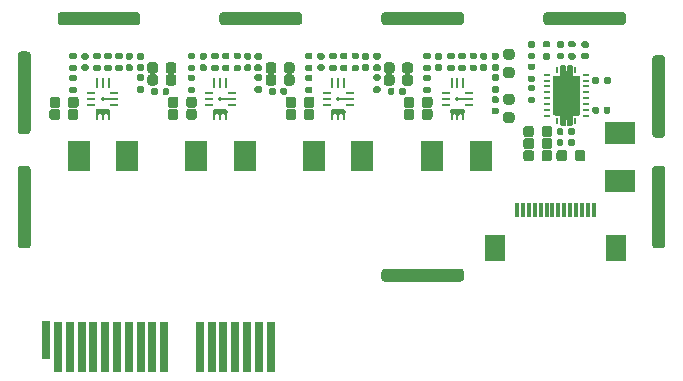
<source format=gbr>
G04 #@! TF.GenerationSoftware,KiCad,Pcbnew,(5.1.8)-1*
G04 #@! TF.CreationDate,2021-09-21T14:18:05+08:00*
G04 #@! TF.ProjectId,PowerSupply,506f7765-7253-4757-9070-6c792e6b6963,rev?*
G04 #@! TF.SameCoordinates,PX5e56640PY77750e0*
G04 #@! TF.FileFunction,Soldermask,Bot*
G04 #@! TF.FilePolarity,Negative*
%FSLAX46Y46*%
G04 Gerber Fmt 4.6, Leading zero omitted, Abs format (unit mm)*
G04 Created by KiCad (PCBNEW (5.1.8)-1) date 2021-09-21 14:18:05*
%MOMM*%
%LPD*%
G01*
G04 APERTURE LIST*
%ADD10C,0.010000*%
%ADD11R,2.050000X3.050000*%
%ADD12R,0.600000X0.240000*%
%ADD13R,0.240000X0.600000*%
%ADD14O,0.750000X0.250000*%
%ADD15O,0.500000X0.300000*%
%ADD16C,0.100000*%
%ADD17O,0.250000X0.900000*%
%ADD18R,1.900000X2.500000*%
%ADD19R,2.500000X1.900000*%
%ADD20R,0.300000X1.300000*%
%ADD21R,1.800000X2.200000*%
%ADD22R,0.700000X4.300000*%
%ADD23R,0.700000X3.200000*%
G04 APERTURE END LIST*
D10*
G04 #@! TO.C,U1*
G36*
X57547000Y27947000D02*
G01*
X57547000Y28720000D01*
X57546792Y28727955D01*
X57546167Y28735888D01*
X57545129Y28743778D01*
X57543678Y28751603D01*
X57541821Y28759340D01*
X57539561Y28766971D01*
X57536904Y28774472D01*
X57533859Y28781824D01*
X57530433Y28789007D01*
X57526636Y28796000D01*
X57522478Y28802785D01*
X57517971Y28809343D01*
X57513126Y28815657D01*
X57507958Y28821708D01*
X57502480Y28827480D01*
X57496708Y28832958D01*
X57490657Y28838126D01*
X57484343Y28842971D01*
X57477785Y28847478D01*
X57471000Y28851636D01*
X57464007Y28855433D01*
X57456824Y28858859D01*
X57449472Y28861904D01*
X57441971Y28864561D01*
X57434340Y28866821D01*
X57426603Y28868678D01*
X57418778Y28870129D01*
X57410888Y28871167D01*
X57402955Y28871792D01*
X57395000Y28872000D01*
X57295000Y28872000D01*
X57287045Y28871792D01*
X57279112Y28871167D01*
X57271222Y28870129D01*
X57263397Y28868678D01*
X57255660Y28866821D01*
X57248029Y28864561D01*
X57240528Y28861904D01*
X57233176Y28858859D01*
X57225993Y28855433D01*
X57219000Y28851636D01*
X57212215Y28847478D01*
X57205657Y28842971D01*
X57199343Y28838126D01*
X57193292Y28832958D01*
X57187520Y28827480D01*
X57182042Y28821708D01*
X57176874Y28815657D01*
X57172029Y28809343D01*
X57167522Y28802785D01*
X57163364Y28796000D01*
X57159567Y28789007D01*
X57156141Y28781824D01*
X57153096Y28774472D01*
X57150439Y28766971D01*
X57148179Y28759340D01*
X57146322Y28751603D01*
X57144871Y28743778D01*
X57143833Y28735888D01*
X57143208Y28727955D01*
X57143000Y28720000D01*
X57143000Y28347000D01*
X56998000Y28347000D01*
X56997000Y28347000D01*
X56997000Y28722000D01*
X56996794Y28729850D01*
X56996178Y28737679D01*
X56995153Y28745465D01*
X56993722Y28753187D01*
X56991889Y28760823D01*
X56989658Y28768353D01*
X56987037Y28775755D01*
X56984032Y28783010D01*
X56980651Y28790099D01*
X56976904Y28797000D01*
X56972801Y28803696D01*
X56968353Y28810168D01*
X56963572Y28816398D01*
X56958472Y28822370D01*
X56953066Y28828066D01*
X56947370Y28833472D01*
X56941398Y28838572D01*
X56935168Y28843353D01*
X56928696Y28847801D01*
X56922000Y28851904D01*
X56915099Y28855651D01*
X56908010Y28859032D01*
X56900755Y28862037D01*
X56893353Y28864658D01*
X56885823Y28866889D01*
X56878187Y28868722D01*
X56870465Y28870153D01*
X56862679Y28871178D01*
X56854850Y28871794D01*
X56847000Y28872000D01*
X56744000Y28872000D01*
X56736097Y28871793D01*
X56728216Y28871173D01*
X56720378Y28870141D01*
X56712605Y28868700D01*
X56704918Y28866855D01*
X56697338Y28864610D01*
X56689886Y28861971D01*
X56682583Y28858945D01*
X56675447Y28855542D01*
X56668500Y28851770D01*
X56661760Y28847639D01*
X56655244Y28843162D01*
X56648973Y28838349D01*
X56642961Y28833215D01*
X56637227Y28827773D01*
X56631785Y28822039D01*
X56626651Y28816027D01*
X56621838Y28809756D01*
X56617361Y28803240D01*
X56613230Y28796500D01*
X56609458Y28789553D01*
X56606055Y28782417D01*
X56603029Y28775114D01*
X56600390Y28767662D01*
X56598145Y28760082D01*
X56596300Y28752395D01*
X56594859Y28744622D01*
X56593827Y28736784D01*
X56593207Y28728903D01*
X56593000Y28721000D01*
X56593000Y27947000D01*
X56095000Y27947000D01*
X56087045Y27946792D01*
X56079112Y27946167D01*
X56071222Y27945129D01*
X56063397Y27943678D01*
X56055660Y27941821D01*
X56048029Y27939561D01*
X56040528Y27936904D01*
X56033176Y27933859D01*
X56025993Y27930433D01*
X56019000Y27926636D01*
X56012215Y27922478D01*
X56005657Y27917971D01*
X55999343Y27913126D01*
X55993292Y27907958D01*
X55987520Y27902480D01*
X55982042Y27896708D01*
X55976874Y27890657D01*
X55972029Y27884343D01*
X55967522Y27877785D01*
X55963364Y27871000D01*
X55959567Y27864007D01*
X55956141Y27856824D01*
X55953096Y27849472D01*
X55950439Y27841971D01*
X55948179Y27834340D01*
X55946322Y27826603D01*
X55944871Y27818778D01*
X55943833Y27810888D01*
X55943208Y27802955D01*
X55943000Y27795000D01*
X55943000Y24844000D01*
X55943206Y24836150D01*
X55943822Y24828321D01*
X55944847Y24820535D01*
X55946278Y24812813D01*
X55948111Y24805177D01*
X55950342Y24797647D01*
X55952963Y24790245D01*
X55955968Y24782990D01*
X55959349Y24775901D01*
X55963096Y24769000D01*
X55967199Y24762304D01*
X55971647Y24755832D01*
X55976428Y24749602D01*
X55981528Y24743630D01*
X55986934Y24737934D01*
X55992630Y24732528D01*
X55998602Y24727428D01*
X56004832Y24722647D01*
X56011304Y24718199D01*
X56018000Y24714096D01*
X56024901Y24710349D01*
X56031990Y24706968D01*
X56039245Y24703963D01*
X56046647Y24701342D01*
X56054177Y24699111D01*
X56061813Y24697278D01*
X56069535Y24695847D01*
X56077321Y24694822D01*
X56085150Y24694206D01*
X56093000Y24694000D01*
X56592000Y24694000D01*
X56592052Y24693999D01*
X56592105Y24693995D01*
X56592156Y24693988D01*
X56592208Y24693978D01*
X56592259Y24693966D01*
X56592309Y24693951D01*
X56592358Y24693934D01*
X56592407Y24693914D01*
X56592454Y24693891D01*
X56592500Y24693866D01*
X56592545Y24693839D01*
X56592588Y24693809D01*
X56592629Y24693777D01*
X56592669Y24693743D01*
X56592707Y24693707D01*
X56592743Y24693669D01*
X56592777Y24693629D01*
X56592809Y24693588D01*
X56592839Y24693545D01*
X56592866Y24693500D01*
X56592891Y24693454D01*
X56592914Y24693407D01*
X56592934Y24693358D01*
X56592951Y24693309D01*
X56592966Y24693259D01*
X56592978Y24693208D01*
X56592988Y24693156D01*
X56592995Y24693105D01*
X56592999Y24693052D01*
X56593000Y24693000D01*
X56593000Y23919000D01*
X56593206Y23911150D01*
X56593822Y23903321D01*
X56594847Y23895535D01*
X56596278Y23887813D01*
X56598111Y23880177D01*
X56600342Y23872647D01*
X56602963Y23865245D01*
X56605968Y23857990D01*
X56609349Y23850901D01*
X56613096Y23844000D01*
X56617199Y23837304D01*
X56621647Y23830832D01*
X56626428Y23824602D01*
X56631528Y23818630D01*
X56636934Y23812934D01*
X56642630Y23807528D01*
X56648602Y23802428D01*
X56654832Y23797647D01*
X56661304Y23793199D01*
X56668000Y23789096D01*
X56674901Y23785349D01*
X56681990Y23781968D01*
X56689245Y23778963D01*
X56696647Y23776342D01*
X56704177Y23774111D01*
X56711813Y23772278D01*
X56719535Y23770847D01*
X56727321Y23769822D01*
X56735150Y23769206D01*
X56743000Y23769000D01*
X56848000Y23769000D01*
X56855798Y23769204D01*
X56863575Y23769816D01*
X56871309Y23770834D01*
X56878979Y23772256D01*
X56886564Y23774077D01*
X56894044Y23776293D01*
X56901397Y23778897D01*
X56908604Y23781882D01*
X56915645Y23785240D01*
X56922500Y23788962D01*
X56929151Y23793038D01*
X56935580Y23797456D01*
X56941769Y23802205D01*
X56947700Y23807271D01*
X56953359Y23812641D01*
X56958729Y23818300D01*
X56963795Y23824231D01*
X56968544Y23830420D01*
X56972962Y23836849D01*
X56977038Y23843500D01*
X56980760Y23850355D01*
X56984118Y23857396D01*
X56987103Y23864603D01*
X56989707Y23871956D01*
X56991923Y23879436D01*
X56993744Y23887021D01*
X56995166Y23894691D01*
X56996184Y23902425D01*
X56996796Y23910202D01*
X56997000Y23918000D01*
X56997000Y24293000D01*
X57142000Y24293000D01*
X57142052Y24292999D01*
X57142105Y24292995D01*
X57142156Y24292988D01*
X57142208Y24292978D01*
X57142259Y24292966D01*
X57142309Y24292951D01*
X57142358Y24292934D01*
X57142407Y24292914D01*
X57142454Y24292891D01*
X57142500Y24292866D01*
X57142545Y24292839D01*
X57142588Y24292809D01*
X57142629Y24292777D01*
X57142669Y24292743D01*
X57142707Y24292707D01*
X57142743Y24292669D01*
X57142777Y24292629D01*
X57142809Y24292588D01*
X57142839Y24292545D01*
X57142866Y24292500D01*
X57142891Y24292454D01*
X57142914Y24292407D01*
X57142934Y24292358D01*
X57142951Y24292309D01*
X57142966Y24292259D01*
X57142978Y24292208D01*
X57142988Y24292156D01*
X57142995Y24292105D01*
X57142999Y24292052D01*
X57143000Y24292000D01*
X57143000Y23919000D01*
X57143206Y23911150D01*
X57143822Y23903321D01*
X57144847Y23895535D01*
X57146278Y23887813D01*
X57148111Y23880177D01*
X57150342Y23872647D01*
X57152963Y23865245D01*
X57155968Y23857990D01*
X57159349Y23850901D01*
X57163096Y23844000D01*
X57167199Y23837304D01*
X57171647Y23830832D01*
X57176428Y23824602D01*
X57181528Y23818630D01*
X57186934Y23812934D01*
X57192630Y23807528D01*
X57198602Y23802428D01*
X57204832Y23797647D01*
X57211304Y23793199D01*
X57218000Y23789096D01*
X57224901Y23785349D01*
X57231990Y23781968D01*
X57239245Y23778963D01*
X57246647Y23776342D01*
X57254177Y23774111D01*
X57261813Y23772278D01*
X57269535Y23770847D01*
X57277321Y23769822D01*
X57285150Y23769206D01*
X57293000Y23769000D01*
X57399000Y23769000D01*
X57406746Y23769203D01*
X57414470Y23769811D01*
X57422152Y23770822D01*
X57429771Y23772234D01*
X57437305Y23774043D01*
X57444735Y23776244D01*
X57452038Y23778830D01*
X57459197Y23781795D01*
X57466191Y23785131D01*
X57473000Y23788828D01*
X57479607Y23792877D01*
X57485992Y23797265D01*
X57492139Y23801982D01*
X57498031Y23807015D01*
X57503652Y23812348D01*
X57508985Y23817969D01*
X57514018Y23823861D01*
X57518735Y23830008D01*
X57523123Y23836393D01*
X57527172Y23843000D01*
X57530869Y23849809D01*
X57534205Y23856803D01*
X57537170Y23863962D01*
X57539756Y23871265D01*
X57541957Y23878695D01*
X57543766Y23886229D01*
X57545178Y23893848D01*
X57546189Y23901530D01*
X57546797Y23909254D01*
X57547000Y23917000D01*
X57547000Y24693000D01*
X58045000Y24693000D01*
X58052955Y24693208D01*
X58060888Y24693833D01*
X58068778Y24694871D01*
X58076603Y24696322D01*
X58084340Y24698179D01*
X58091971Y24700439D01*
X58099472Y24703096D01*
X58106824Y24706141D01*
X58114007Y24709567D01*
X58121000Y24713364D01*
X58127785Y24717522D01*
X58134343Y24722029D01*
X58140657Y24726874D01*
X58146708Y24732042D01*
X58152480Y24737520D01*
X58157958Y24743292D01*
X58163126Y24749343D01*
X58167971Y24755657D01*
X58172478Y24762215D01*
X58176636Y24769000D01*
X58180433Y24775993D01*
X58183859Y24783176D01*
X58186904Y24790528D01*
X58189561Y24798029D01*
X58191821Y24805660D01*
X58193678Y24813397D01*
X58195129Y24821222D01*
X58196167Y24829112D01*
X58196792Y24837045D01*
X58197000Y24845000D01*
X58197000Y27794000D01*
X58196792Y27801955D01*
X58196167Y27809888D01*
X58195129Y27817778D01*
X58193678Y27825603D01*
X58191821Y27833340D01*
X58189561Y27840971D01*
X58186904Y27848472D01*
X58183859Y27855824D01*
X58180433Y27863007D01*
X58176636Y27870000D01*
X58172478Y27876785D01*
X58167971Y27883343D01*
X58163126Y27889657D01*
X58157958Y27895708D01*
X58152480Y27901480D01*
X58146708Y27906958D01*
X58140657Y27912126D01*
X58134343Y27916971D01*
X58127785Y27921478D01*
X58121000Y27925636D01*
X58114007Y27929433D01*
X58106824Y27932859D01*
X58099472Y27935904D01*
X58091971Y27938561D01*
X58084340Y27940821D01*
X58076603Y27942678D01*
X58068778Y27944129D01*
X58060888Y27945167D01*
X58052955Y27945792D01*
X58045000Y27946000D01*
X57548000Y27946000D01*
X57547948Y27946001D01*
X57547895Y27946005D01*
X57547844Y27946012D01*
X57547792Y27946022D01*
X57547741Y27946034D01*
X57547691Y27946049D01*
X57547642Y27946066D01*
X57547593Y27946086D01*
X57547546Y27946109D01*
X57547500Y27946134D01*
X57547455Y27946161D01*
X57547412Y27946191D01*
X57547371Y27946223D01*
X57547331Y27946257D01*
X57547293Y27946293D01*
X57547257Y27946331D01*
X57547223Y27946371D01*
X57547191Y27946412D01*
X57547161Y27946455D01*
X57547134Y27946500D01*
X57547109Y27946546D01*
X57547086Y27946593D01*
X57547066Y27946642D01*
X57547049Y27946691D01*
X57547034Y27946741D01*
X57547022Y27946792D01*
X57547012Y27946844D01*
X57547005Y27946895D01*
X57547001Y27946948D01*
X57547000Y27947000D01*
G37*
X57547000Y27947000D02*
X57547000Y28720000D01*
X57546792Y28727955D01*
X57546167Y28735888D01*
X57545129Y28743778D01*
X57543678Y28751603D01*
X57541821Y28759340D01*
X57539561Y28766971D01*
X57536904Y28774472D01*
X57533859Y28781824D01*
X57530433Y28789007D01*
X57526636Y28796000D01*
X57522478Y28802785D01*
X57517971Y28809343D01*
X57513126Y28815657D01*
X57507958Y28821708D01*
X57502480Y28827480D01*
X57496708Y28832958D01*
X57490657Y28838126D01*
X57484343Y28842971D01*
X57477785Y28847478D01*
X57471000Y28851636D01*
X57464007Y28855433D01*
X57456824Y28858859D01*
X57449472Y28861904D01*
X57441971Y28864561D01*
X57434340Y28866821D01*
X57426603Y28868678D01*
X57418778Y28870129D01*
X57410888Y28871167D01*
X57402955Y28871792D01*
X57395000Y28872000D01*
X57295000Y28872000D01*
X57287045Y28871792D01*
X57279112Y28871167D01*
X57271222Y28870129D01*
X57263397Y28868678D01*
X57255660Y28866821D01*
X57248029Y28864561D01*
X57240528Y28861904D01*
X57233176Y28858859D01*
X57225993Y28855433D01*
X57219000Y28851636D01*
X57212215Y28847478D01*
X57205657Y28842971D01*
X57199343Y28838126D01*
X57193292Y28832958D01*
X57187520Y28827480D01*
X57182042Y28821708D01*
X57176874Y28815657D01*
X57172029Y28809343D01*
X57167522Y28802785D01*
X57163364Y28796000D01*
X57159567Y28789007D01*
X57156141Y28781824D01*
X57153096Y28774472D01*
X57150439Y28766971D01*
X57148179Y28759340D01*
X57146322Y28751603D01*
X57144871Y28743778D01*
X57143833Y28735888D01*
X57143208Y28727955D01*
X57143000Y28720000D01*
X57143000Y28347000D01*
X56998000Y28347000D01*
X56997000Y28347000D01*
X56997000Y28722000D01*
X56996794Y28729850D01*
X56996178Y28737679D01*
X56995153Y28745465D01*
X56993722Y28753187D01*
X56991889Y28760823D01*
X56989658Y28768353D01*
X56987037Y28775755D01*
X56984032Y28783010D01*
X56980651Y28790099D01*
X56976904Y28797000D01*
X56972801Y28803696D01*
X56968353Y28810168D01*
X56963572Y28816398D01*
X56958472Y28822370D01*
X56953066Y28828066D01*
X56947370Y28833472D01*
X56941398Y28838572D01*
X56935168Y28843353D01*
X56928696Y28847801D01*
X56922000Y28851904D01*
X56915099Y28855651D01*
X56908010Y28859032D01*
X56900755Y28862037D01*
X56893353Y28864658D01*
X56885823Y28866889D01*
X56878187Y28868722D01*
X56870465Y28870153D01*
X56862679Y28871178D01*
X56854850Y28871794D01*
X56847000Y28872000D01*
X56744000Y28872000D01*
X56736097Y28871793D01*
X56728216Y28871173D01*
X56720378Y28870141D01*
X56712605Y28868700D01*
X56704918Y28866855D01*
X56697338Y28864610D01*
X56689886Y28861971D01*
X56682583Y28858945D01*
X56675447Y28855542D01*
X56668500Y28851770D01*
X56661760Y28847639D01*
X56655244Y28843162D01*
X56648973Y28838349D01*
X56642961Y28833215D01*
X56637227Y28827773D01*
X56631785Y28822039D01*
X56626651Y28816027D01*
X56621838Y28809756D01*
X56617361Y28803240D01*
X56613230Y28796500D01*
X56609458Y28789553D01*
X56606055Y28782417D01*
X56603029Y28775114D01*
X56600390Y28767662D01*
X56598145Y28760082D01*
X56596300Y28752395D01*
X56594859Y28744622D01*
X56593827Y28736784D01*
X56593207Y28728903D01*
X56593000Y28721000D01*
X56593000Y27947000D01*
X56095000Y27947000D01*
X56087045Y27946792D01*
X56079112Y27946167D01*
X56071222Y27945129D01*
X56063397Y27943678D01*
X56055660Y27941821D01*
X56048029Y27939561D01*
X56040528Y27936904D01*
X56033176Y27933859D01*
X56025993Y27930433D01*
X56019000Y27926636D01*
X56012215Y27922478D01*
X56005657Y27917971D01*
X55999343Y27913126D01*
X55993292Y27907958D01*
X55987520Y27902480D01*
X55982042Y27896708D01*
X55976874Y27890657D01*
X55972029Y27884343D01*
X55967522Y27877785D01*
X55963364Y27871000D01*
X55959567Y27864007D01*
X55956141Y27856824D01*
X55953096Y27849472D01*
X55950439Y27841971D01*
X55948179Y27834340D01*
X55946322Y27826603D01*
X55944871Y27818778D01*
X55943833Y27810888D01*
X55943208Y27802955D01*
X55943000Y27795000D01*
X55943000Y24844000D01*
X55943206Y24836150D01*
X55943822Y24828321D01*
X55944847Y24820535D01*
X55946278Y24812813D01*
X55948111Y24805177D01*
X55950342Y24797647D01*
X55952963Y24790245D01*
X55955968Y24782990D01*
X55959349Y24775901D01*
X55963096Y24769000D01*
X55967199Y24762304D01*
X55971647Y24755832D01*
X55976428Y24749602D01*
X55981528Y24743630D01*
X55986934Y24737934D01*
X55992630Y24732528D01*
X55998602Y24727428D01*
X56004832Y24722647D01*
X56011304Y24718199D01*
X56018000Y24714096D01*
X56024901Y24710349D01*
X56031990Y24706968D01*
X56039245Y24703963D01*
X56046647Y24701342D01*
X56054177Y24699111D01*
X56061813Y24697278D01*
X56069535Y24695847D01*
X56077321Y24694822D01*
X56085150Y24694206D01*
X56093000Y24694000D01*
X56592000Y24694000D01*
X56592052Y24693999D01*
X56592105Y24693995D01*
X56592156Y24693988D01*
X56592208Y24693978D01*
X56592259Y24693966D01*
X56592309Y24693951D01*
X56592358Y24693934D01*
X56592407Y24693914D01*
X56592454Y24693891D01*
X56592500Y24693866D01*
X56592545Y24693839D01*
X56592588Y24693809D01*
X56592629Y24693777D01*
X56592669Y24693743D01*
X56592707Y24693707D01*
X56592743Y24693669D01*
X56592777Y24693629D01*
X56592809Y24693588D01*
X56592839Y24693545D01*
X56592866Y24693500D01*
X56592891Y24693454D01*
X56592914Y24693407D01*
X56592934Y24693358D01*
X56592951Y24693309D01*
X56592966Y24693259D01*
X56592978Y24693208D01*
X56592988Y24693156D01*
X56592995Y24693105D01*
X56592999Y24693052D01*
X56593000Y24693000D01*
X56593000Y23919000D01*
X56593206Y23911150D01*
X56593822Y23903321D01*
X56594847Y23895535D01*
X56596278Y23887813D01*
X56598111Y23880177D01*
X56600342Y23872647D01*
X56602963Y23865245D01*
X56605968Y23857990D01*
X56609349Y23850901D01*
X56613096Y23844000D01*
X56617199Y23837304D01*
X56621647Y23830832D01*
X56626428Y23824602D01*
X56631528Y23818630D01*
X56636934Y23812934D01*
X56642630Y23807528D01*
X56648602Y23802428D01*
X56654832Y23797647D01*
X56661304Y23793199D01*
X56668000Y23789096D01*
X56674901Y23785349D01*
X56681990Y23781968D01*
X56689245Y23778963D01*
X56696647Y23776342D01*
X56704177Y23774111D01*
X56711813Y23772278D01*
X56719535Y23770847D01*
X56727321Y23769822D01*
X56735150Y23769206D01*
X56743000Y23769000D01*
X56848000Y23769000D01*
X56855798Y23769204D01*
X56863575Y23769816D01*
X56871309Y23770834D01*
X56878979Y23772256D01*
X56886564Y23774077D01*
X56894044Y23776293D01*
X56901397Y23778897D01*
X56908604Y23781882D01*
X56915645Y23785240D01*
X56922500Y23788962D01*
X56929151Y23793038D01*
X56935580Y23797456D01*
X56941769Y23802205D01*
X56947700Y23807271D01*
X56953359Y23812641D01*
X56958729Y23818300D01*
X56963795Y23824231D01*
X56968544Y23830420D01*
X56972962Y23836849D01*
X56977038Y23843500D01*
X56980760Y23850355D01*
X56984118Y23857396D01*
X56987103Y23864603D01*
X56989707Y23871956D01*
X56991923Y23879436D01*
X56993744Y23887021D01*
X56995166Y23894691D01*
X56996184Y23902425D01*
X56996796Y23910202D01*
X56997000Y23918000D01*
X56997000Y24293000D01*
X57142000Y24293000D01*
X57142052Y24292999D01*
X57142105Y24292995D01*
X57142156Y24292988D01*
X57142208Y24292978D01*
X57142259Y24292966D01*
X57142309Y24292951D01*
X57142358Y24292934D01*
X57142407Y24292914D01*
X57142454Y24292891D01*
X57142500Y24292866D01*
X57142545Y24292839D01*
X57142588Y24292809D01*
X57142629Y24292777D01*
X57142669Y24292743D01*
X57142707Y24292707D01*
X57142743Y24292669D01*
X57142777Y24292629D01*
X57142809Y24292588D01*
X57142839Y24292545D01*
X57142866Y24292500D01*
X57142891Y24292454D01*
X57142914Y24292407D01*
X57142934Y24292358D01*
X57142951Y24292309D01*
X57142966Y24292259D01*
X57142978Y24292208D01*
X57142988Y24292156D01*
X57142995Y24292105D01*
X57142999Y24292052D01*
X57143000Y24292000D01*
X57143000Y23919000D01*
X57143206Y23911150D01*
X57143822Y23903321D01*
X57144847Y23895535D01*
X57146278Y23887813D01*
X57148111Y23880177D01*
X57150342Y23872647D01*
X57152963Y23865245D01*
X57155968Y23857990D01*
X57159349Y23850901D01*
X57163096Y23844000D01*
X57167199Y23837304D01*
X57171647Y23830832D01*
X57176428Y23824602D01*
X57181528Y23818630D01*
X57186934Y23812934D01*
X57192630Y23807528D01*
X57198602Y23802428D01*
X57204832Y23797647D01*
X57211304Y23793199D01*
X57218000Y23789096D01*
X57224901Y23785349D01*
X57231990Y23781968D01*
X57239245Y23778963D01*
X57246647Y23776342D01*
X57254177Y23774111D01*
X57261813Y23772278D01*
X57269535Y23770847D01*
X57277321Y23769822D01*
X57285150Y23769206D01*
X57293000Y23769000D01*
X57399000Y23769000D01*
X57406746Y23769203D01*
X57414470Y23769811D01*
X57422152Y23770822D01*
X57429771Y23772234D01*
X57437305Y23774043D01*
X57444735Y23776244D01*
X57452038Y23778830D01*
X57459197Y23781795D01*
X57466191Y23785131D01*
X57473000Y23788828D01*
X57479607Y23792877D01*
X57485992Y23797265D01*
X57492139Y23801982D01*
X57498031Y23807015D01*
X57503652Y23812348D01*
X57508985Y23817969D01*
X57514018Y23823861D01*
X57518735Y23830008D01*
X57523123Y23836393D01*
X57527172Y23843000D01*
X57530869Y23849809D01*
X57534205Y23856803D01*
X57537170Y23863962D01*
X57539756Y23871265D01*
X57541957Y23878695D01*
X57543766Y23886229D01*
X57545178Y23893848D01*
X57546189Y23901530D01*
X57546797Y23909254D01*
X57547000Y23917000D01*
X57547000Y24693000D01*
X58045000Y24693000D01*
X58052955Y24693208D01*
X58060888Y24693833D01*
X58068778Y24694871D01*
X58076603Y24696322D01*
X58084340Y24698179D01*
X58091971Y24700439D01*
X58099472Y24703096D01*
X58106824Y24706141D01*
X58114007Y24709567D01*
X58121000Y24713364D01*
X58127785Y24717522D01*
X58134343Y24722029D01*
X58140657Y24726874D01*
X58146708Y24732042D01*
X58152480Y24737520D01*
X58157958Y24743292D01*
X58163126Y24749343D01*
X58167971Y24755657D01*
X58172478Y24762215D01*
X58176636Y24769000D01*
X58180433Y24775993D01*
X58183859Y24783176D01*
X58186904Y24790528D01*
X58189561Y24798029D01*
X58191821Y24805660D01*
X58193678Y24813397D01*
X58195129Y24821222D01*
X58196167Y24829112D01*
X58196792Y24837045D01*
X58197000Y24845000D01*
X58197000Y27794000D01*
X58196792Y27801955D01*
X58196167Y27809888D01*
X58195129Y27817778D01*
X58193678Y27825603D01*
X58191821Y27833340D01*
X58189561Y27840971D01*
X58186904Y27848472D01*
X58183859Y27855824D01*
X58180433Y27863007D01*
X58176636Y27870000D01*
X58172478Y27876785D01*
X58167971Y27883343D01*
X58163126Y27889657D01*
X58157958Y27895708D01*
X58152480Y27901480D01*
X58146708Y27906958D01*
X58140657Y27912126D01*
X58134343Y27916971D01*
X58127785Y27921478D01*
X58121000Y27925636D01*
X58114007Y27929433D01*
X58106824Y27932859D01*
X58099472Y27935904D01*
X58091971Y27938561D01*
X58084340Y27940821D01*
X58076603Y27942678D01*
X58068778Y27944129D01*
X58060888Y27945167D01*
X58052955Y27945792D01*
X58045000Y27946000D01*
X57548000Y27946000D01*
X57547948Y27946001D01*
X57547895Y27946005D01*
X57547844Y27946012D01*
X57547792Y27946022D01*
X57547741Y27946034D01*
X57547691Y27946049D01*
X57547642Y27946066D01*
X57547593Y27946086D01*
X57547546Y27946109D01*
X57547500Y27946134D01*
X57547455Y27946161D01*
X57547412Y27946191D01*
X57547371Y27946223D01*
X57547331Y27946257D01*
X57547293Y27946293D01*
X57547257Y27946331D01*
X57547223Y27946371D01*
X57547191Y27946412D01*
X57547161Y27946455D01*
X57547134Y27946500D01*
X57547109Y27946546D01*
X57547086Y27946593D01*
X57547066Y27946642D01*
X57547049Y27946691D01*
X57547034Y27946741D01*
X57547022Y27946792D01*
X57547012Y27946844D01*
X57547005Y27946895D01*
X57547001Y27946948D01*
X57547000Y27947000D01*
G04 #@! TD*
D11*
G04 #@! TO.C,U1*
X57070000Y26320000D03*
D12*
X55420000Y28070000D03*
X55420000Y27570000D03*
X55420000Y27070000D03*
X55420000Y24570000D03*
X55420000Y25070000D03*
X55420000Y25570000D03*
X55420000Y26070000D03*
X55420000Y26570000D03*
X58720000Y28070000D03*
X58720000Y27570000D03*
X58720000Y27070000D03*
X58720000Y24570000D03*
X58720000Y25070000D03*
X58720000Y25570000D03*
X58720000Y26070000D03*
X58720000Y26570000D03*
D13*
X56320000Y24170000D03*
X57820000Y24170000D03*
X56320000Y28470000D03*
X57820000Y28470000D03*
G04 #@! TD*
G04 #@! TO.C,J11*
G36*
G01*
X21020000Y33085000D02*
X21020000Y32535000D01*
G75*
G02*
X20745000Y32260000I-275000J0D01*
G01*
X14295000Y32260000D01*
G75*
G02*
X14020000Y32535000I0J275000D01*
G01*
X14020000Y33085000D01*
G75*
G02*
X14295000Y33360000I275000J0D01*
G01*
X20745000Y33360000D01*
G75*
G02*
X21020000Y33085000I0J-275000D01*
G01*
G37*
G04 #@! TD*
G04 #@! TO.C,J10*
G36*
G01*
X11465000Y23030000D02*
X10915000Y23030000D01*
G75*
G02*
X10640000Y23305000I0J275000D01*
G01*
X10640000Y29755000D01*
G75*
G02*
X10915000Y30030000I275000J0D01*
G01*
X11465000Y30030000D01*
G75*
G02*
X11740000Y29755000I0J-275000D01*
G01*
X11740000Y23305000D01*
G75*
G02*
X11465000Y23030000I-275000J0D01*
G01*
G37*
G04 #@! TD*
G04 #@! TO.C,J9*
G36*
G01*
X48433334Y11365000D02*
X48433334Y10815000D01*
G75*
G02*
X48158334Y10540000I-275000J0D01*
G01*
X41708334Y10540000D01*
G75*
G02*
X41433334Y10815000I0J275000D01*
G01*
X41433334Y11365000D01*
G75*
G02*
X41708334Y11640000I275000J0D01*
G01*
X48158334Y11640000D01*
G75*
G02*
X48433334Y11365000I0J-275000D01*
G01*
G37*
G04 #@! TD*
G04 #@! TO.C,J8*
G36*
G01*
X34726668Y33085000D02*
X34726668Y32535000D01*
G75*
G02*
X34451668Y32260000I-275000J0D01*
G01*
X28001668Y32260000D01*
G75*
G02*
X27726668Y32535000I0J275000D01*
G01*
X27726668Y33085000D01*
G75*
G02*
X28001668Y33360000I275000J0D01*
G01*
X34451668Y33360000D01*
G75*
G02*
X34726668Y33085000I0J-275000D01*
G01*
G37*
G04 #@! TD*
G04 #@! TO.C,J7*
G36*
G01*
X11465000Y13360000D02*
X10915000Y13360000D01*
G75*
G02*
X10640000Y13635000I0J275000D01*
G01*
X10640000Y20085000D01*
G75*
G02*
X10915000Y20360000I275000J0D01*
G01*
X11465000Y20360000D01*
G75*
G02*
X11740000Y20085000I0J-275000D01*
G01*
X11740000Y13635000D01*
G75*
G02*
X11465000Y13360000I-275000J0D01*
G01*
G37*
G04 #@! TD*
G04 #@! TO.C,J6*
G36*
G01*
X65195000Y22720000D02*
X64645000Y22720000D01*
G75*
G02*
X64370000Y22995000I0J275000D01*
G01*
X64370000Y29445000D01*
G75*
G02*
X64645000Y29720000I275000J0D01*
G01*
X65195000Y29720000D01*
G75*
G02*
X65470000Y29445000I0J-275000D01*
G01*
X65470000Y22995000D01*
G75*
G02*
X65195000Y22720000I-275000J0D01*
G01*
G37*
G04 #@! TD*
G04 #@! TO.C,J4*
G36*
G01*
X48433334Y33085000D02*
X48433334Y32535000D01*
G75*
G02*
X48158334Y32260000I-275000J0D01*
G01*
X41708334Y32260000D01*
G75*
G02*
X41433334Y32535000I0J275000D01*
G01*
X41433334Y33085000D01*
G75*
G02*
X41708334Y33360000I275000J0D01*
G01*
X48158334Y33360000D01*
G75*
G02*
X48433334Y33085000I0J-275000D01*
G01*
G37*
G04 #@! TD*
G04 #@! TO.C,J3*
G36*
G01*
X65195000Y13360000D02*
X64645000Y13360000D01*
G75*
G02*
X64370000Y13635000I0J275000D01*
G01*
X64370000Y20085000D01*
G75*
G02*
X64645000Y20360000I275000J0D01*
G01*
X65195000Y20360000D01*
G75*
G02*
X65470000Y20085000I0J-275000D01*
G01*
X65470000Y13635000D01*
G75*
G02*
X65195000Y13360000I-275000J0D01*
G01*
G37*
G04 #@! TD*
G04 #@! TO.C,J2*
G36*
G01*
X62140000Y33085000D02*
X62140000Y32535000D01*
G75*
G02*
X61865000Y32260000I-275000J0D01*
G01*
X55415000Y32260000D01*
G75*
G02*
X55140000Y32535000I0J275000D01*
G01*
X55140000Y33085000D01*
G75*
G02*
X55415000Y33360000I275000J0D01*
G01*
X61865000Y33360000D01*
G75*
G02*
X62140000Y33085000I0J-275000D01*
G01*
G37*
G04 #@! TD*
G04 #@! TO.C,R15*
G36*
G01*
X31195000Y27550000D02*
X30825000Y27550000D01*
G75*
G02*
X30690000Y27685000I0J135000D01*
G01*
X30690000Y27955000D01*
G75*
G02*
X30825000Y28090000I135000J0D01*
G01*
X31195000Y28090000D01*
G75*
G02*
X31330000Y27955000I0J-135000D01*
G01*
X31330000Y27685000D01*
G75*
G02*
X31195000Y27550000I-135000J0D01*
G01*
G37*
G36*
G01*
X31195000Y26530000D02*
X30825000Y26530000D01*
G75*
G02*
X30690000Y26665000I0J135000D01*
G01*
X30690000Y26935000D01*
G75*
G02*
X30825000Y27070000I135000J0D01*
G01*
X31195000Y27070000D01*
G75*
G02*
X31330000Y26935000I0J-135000D01*
G01*
X31330000Y26665000D01*
G75*
G02*
X31195000Y26530000I-135000J0D01*
G01*
G37*
G04 #@! TD*
G04 #@! TO.C,D4*
G36*
G01*
X50907500Y28960000D02*
X51252500Y28960000D01*
G75*
G02*
X51400000Y28812500I0J-147500D01*
G01*
X51400000Y28517500D01*
G75*
G02*
X51252500Y28370000I-147500J0D01*
G01*
X50907500Y28370000D01*
G75*
G02*
X50760000Y28517500I0J147500D01*
G01*
X50760000Y28812500D01*
G75*
G02*
X50907500Y28960000I147500J0D01*
G01*
G37*
G36*
G01*
X50907500Y29930000D02*
X51252500Y29930000D01*
G75*
G02*
X51400000Y29782500I0J-147500D01*
G01*
X51400000Y29487500D01*
G75*
G02*
X51252500Y29340000I-147500J0D01*
G01*
X50907500Y29340000D01*
G75*
G02*
X50760000Y29487500I0J147500D01*
G01*
X50760000Y29782500D01*
G75*
G02*
X50907500Y29930000I147500J0D01*
G01*
G37*
G04 #@! TD*
G04 #@! TO.C,D3*
G36*
G01*
X40887500Y28950000D02*
X41232500Y28950000D01*
G75*
G02*
X41380000Y28802500I0J-147500D01*
G01*
X41380000Y28507500D01*
G75*
G02*
X41232500Y28360000I-147500J0D01*
G01*
X40887500Y28360000D01*
G75*
G02*
X40740000Y28507500I0J147500D01*
G01*
X40740000Y28802500D01*
G75*
G02*
X40887500Y28950000I147500J0D01*
G01*
G37*
G36*
G01*
X40887500Y29920000D02*
X41232500Y29920000D01*
G75*
G02*
X41380000Y29772500I0J-147500D01*
G01*
X41380000Y29477500D01*
G75*
G02*
X41232500Y29330000I-147500J0D01*
G01*
X40887500Y29330000D01*
G75*
G02*
X40740000Y29477500I0J147500D01*
G01*
X40740000Y29772500D01*
G75*
G02*
X40887500Y29920000I147500J0D01*
G01*
G37*
G04 #@! TD*
G04 #@! TO.C,D2*
G36*
G01*
X30837500Y28930000D02*
X31182500Y28930000D01*
G75*
G02*
X31330000Y28782500I0J-147500D01*
G01*
X31330000Y28487500D01*
G75*
G02*
X31182500Y28340000I-147500J0D01*
G01*
X30837500Y28340000D01*
G75*
G02*
X30690000Y28487500I0J147500D01*
G01*
X30690000Y28782500D01*
G75*
G02*
X30837500Y28930000I147500J0D01*
G01*
G37*
G36*
G01*
X30837500Y29900000D02*
X31182500Y29900000D01*
G75*
G02*
X31330000Y29752500I0J-147500D01*
G01*
X31330000Y29457500D01*
G75*
G02*
X31182500Y29310000I-147500J0D01*
G01*
X30837500Y29310000D01*
G75*
G02*
X30690000Y29457500I0J147500D01*
G01*
X30690000Y29752500D01*
G75*
G02*
X30837500Y29900000I147500J0D01*
G01*
G37*
G04 #@! TD*
G04 #@! TO.C,D1*
G36*
G01*
X20847500Y28950000D02*
X21192500Y28950000D01*
G75*
G02*
X21340000Y28802500I0J-147500D01*
G01*
X21340000Y28507500D01*
G75*
G02*
X21192500Y28360000I-147500J0D01*
G01*
X20847500Y28360000D01*
G75*
G02*
X20700000Y28507500I0J147500D01*
G01*
X20700000Y28802500D01*
G75*
G02*
X20847500Y28950000I147500J0D01*
G01*
G37*
G36*
G01*
X20847500Y29920000D02*
X21192500Y29920000D01*
G75*
G02*
X21340000Y29772500I0J-147500D01*
G01*
X21340000Y29477500D01*
G75*
G02*
X21192500Y29330000I-147500J0D01*
G01*
X20847500Y29330000D01*
G75*
G02*
X20700000Y29477500I0J147500D01*
G01*
X20700000Y29772500D01*
G75*
G02*
X20847500Y29920000I147500J0D01*
G01*
G37*
G04 #@! TD*
D14*
G04 #@! TO.C,U5*
X48200000Y26029999D03*
X48440000Y26029999D03*
D15*
X47870000Y26029999D03*
D16*
G36*
X48179289Y24851420D02*
G01*
X48391421Y24639288D01*
X48320711Y24568578D01*
X48108579Y24780710D01*
X48179289Y24851420D01*
G37*
G36*
X48141421Y24790710D02*
G01*
X47929289Y24578578D01*
X47858579Y24649288D01*
X48070711Y24861420D01*
X48141421Y24790710D01*
G37*
G36*
X47641421Y24790710D02*
G01*
X47429289Y24578578D01*
X47358579Y24649288D01*
X47570711Y24861420D01*
X47641421Y24790710D01*
G37*
G36*
X47810711Y24578578D02*
G01*
X47598579Y24790710D01*
X47669289Y24861420D01*
X47881421Y24649288D01*
X47810711Y24578578D01*
G37*
G36*
G01*
X47245000Y24829999D02*
X47245000Y25029999D01*
G75*
G02*
X47345000Y25129999I100000J0D01*
G01*
X48395000Y25129999D01*
G75*
G02*
X48495000Y25029999I0J-100000D01*
G01*
X48495000Y24829999D01*
G75*
G02*
X48395000Y24729999I-100000J0D01*
G01*
X47345000Y24729999D01*
G75*
G02*
X47245000Y24829999I0J100000D01*
G01*
G37*
D17*
X47370000Y24679999D03*
X47870000Y24679999D03*
X48370000Y24679999D03*
D14*
X48845000Y25529999D03*
X48845000Y26029999D03*
X48845000Y26529999D03*
D17*
X48370000Y27379999D03*
X47870000Y27379999D03*
X47370000Y27379999D03*
D14*
X46895000Y26529999D03*
X46895000Y26029999D03*
X46895000Y25529999D03*
G04 #@! TD*
G04 #@! TO.C,U4*
X38100000Y26029999D03*
X38340000Y26029999D03*
D15*
X37770000Y26029999D03*
D16*
G36*
X38079289Y24851420D02*
G01*
X38291421Y24639288D01*
X38220711Y24568578D01*
X38008579Y24780710D01*
X38079289Y24851420D01*
G37*
G36*
X38041421Y24790710D02*
G01*
X37829289Y24578578D01*
X37758579Y24649288D01*
X37970711Y24861420D01*
X38041421Y24790710D01*
G37*
G36*
X37541421Y24790710D02*
G01*
X37329289Y24578578D01*
X37258579Y24649288D01*
X37470711Y24861420D01*
X37541421Y24790710D01*
G37*
G36*
X37710711Y24578578D02*
G01*
X37498579Y24790710D01*
X37569289Y24861420D01*
X37781421Y24649288D01*
X37710711Y24578578D01*
G37*
G36*
G01*
X37145000Y24829999D02*
X37145000Y25029999D01*
G75*
G02*
X37245000Y25129999I100000J0D01*
G01*
X38295000Y25129999D01*
G75*
G02*
X38395000Y25029999I0J-100000D01*
G01*
X38395000Y24829999D01*
G75*
G02*
X38295000Y24729999I-100000J0D01*
G01*
X37245000Y24729999D01*
G75*
G02*
X37145000Y24829999I0J100000D01*
G01*
G37*
D17*
X37270000Y24679999D03*
X37770000Y24679999D03*
X38270000Y24679999D03*
D14*
X38745000Y25529999D03*
X38745000Y26029999D03*
X38745000Y26529999D03*
D17*
X38270000Y27379999D03*
X37770000Y27379999D03*
X37270000Y27379999D03*
D14*
X36795000Y26529999D03*
X36795000Y26029999D03*
X36795000Y25529999D03*
G04 #@! TD*
G04 #@! TO.C,U3*
X28110000Y26029999D03*
X28350000Y26029999D03*
D15*
X27780000Y26029999D03*
D16*
G36*
X28089289Y24851420D02*
G01*
X28301421Y24639288D01*
X28230711Y24568578D01*
X28018579Y24780710D01*
X28089289Y24851420D01*
G37*
G36*
X28051421Y24790710D02*
G01*
X27839289Y24578578D01*
X27768579Y24649288D01*
X27980711Y24861420D01*
X28051421Y24790710D01*
G37*
G36*
X27551421Y24790710D02*
G01*
X27339289Y24578578D01*
X27268579Y24649288D01*
X27480711Y24861420D01*
X27551421Y24790710D01*
G37*
G36*
X27720711Y24578578D02*
G01*
X27508579Y24790710D01*
X27579289Y24861420D01*
X27791421Y24649288D01*
X27720711Y24578578D01*
G37*
G36*
G01*
X27155000Y24829999D02*
X27155000Y25029999D01*
G75*
G02*
X27255000Y25129999I100000J0D01*
G01*
X28305000Y25129999D01*
G75*
G02*
X28405000Y25029999I0J-100000D01*
G01*
X28405000Y24829999D01*
G75*
G02*
X28305000Y24729999I-100000J0D01*
G01*
X27255000Y24729999D01*
G75*
G02*
X27155000Y24829999I0J100000D01*
G01*
G37*
D17*
X27280000Y24679999D03*
X27780000Y24679999D03*
X28280000Y24679999D03*
D14*
X28755000Y25529999D03*
X28755000Y26029999D03*
X28755000Y26529999D03*
D17*
X28280000Y27379999D03*
X27780000Y27379999D03*
X27280000Y27379999D03*
D14*
X26805000Y26529999D03*
X26805000Y26029999D03*
X26805000Y25529999D03*
G04 #@! TD*
G04 #@! TO.C,U2*
X18190000Y26040000D03*
X18430000Y26040000D03*
D15*
X17860000Y26040000D03*
D16*
G36*
X18169289Y24861421D02*
G01*
X18381421Y24649289D01*
X18310711Y24578579D01*
X18098579Y24790711D01*
X18169289Y24861421D01*
G37*
G36*
X18131421Y24800711D02*
G01*
X17919289Y24588579D01*
X17848579Y24659289D01*
X18060711Y24871421D01*
X18131421Y24800711D01*
G37*
G36*
X17631421Y24800711D02*
G01*
X17419289Y24588579D01*
X17348579Y24659289D01*
X17560711Y24871421D01*
X17631421Y24800711D01*
G37*
G36*
X17800711Y24588579D02*
G01*
X17588579Y24800711D01*
X17659289Y24871421D01*
X17871421Y24659289D01*
X17800711Y24588579D01*
G37*
G36*
G01*
X17235000Y24840000D02*
X17235000Y25040000D01*
G75*
G02*
X17335000Y25140000I100000J0D01*
G01*
X18385000Y25140000D01*
G75*
G02*
X18485000Y25040000I0J-100000D01*
G01*
X18485000Y24840000D01*
G75*
G02*
X18385000Y24740000I-100000J0D01*
G01*
X17335000Y24740000D01*
G75*
G02*
X17235000Y24840000I0J100000D01*
G01*
G37*
D17*
X17360000Y24690000D03*
X17860000Y24690000D03*
X18360000Y24690000D03*
D14*
X18835000Y25540000D03*
X18835000Y26040000D03*
X18835000Y26540000D03*
D17*
X18360000Y27390000D03*
X17860000Y27390000D03*
X17360000Y27390000D03*
D14*
X16885000Y26540000D03*
X16885000Y26040000D03*
X16885000Y25540000D03*
G04 #@! TD*
G04 #@! TO.C,R28*
G36*
G01*
X45485000Y29380000D02*
X45115000Y29380000D01*
G75*
G02*
X44980000Y29515000I0J135000D01*
G01*
X44980000Y29785000D01*
G75*
G02*
X45115000Y29920000I135000J0D01*
G01*
X45485000Y29920000D01*
G75*
G02*
X45620000Y29785000I0J-135000D01*
G01*
X45620000Y29515000D01*
G75*
G02*
X45485000Y29380000I-135000J0D01*
G01*
G37*
G36*
G01*
X45485000Y28360000D02*
X45115000Y28360000D01*
G75*
G02*
X44980000Y28495000I0J135000D01*
G01*
X44980000Y28765000D01*
G75*
G02*
X45115000Y28900000I135000J0D01*
G01*
X45485000Y28900000D01*
G75*
G02*
X45620000Y28765000I0J-135000D01*
G01*
X45620000Y28495000D01*
G75*
G02*
X45485000Y28360000I-135000J0D01*
G01*
G37*
G04 #@! TD*
G04 #@! TO.C,R27*
G36*
G01*
X45485000Y27520000D02*
X45115000Y27520000D01*
G75*
G02*
X44980000Y27655000I0J135000D01*
G01*
X44980000Y27925000D01*
G75*
G02*
X45115000Y28060000I135000J0D01*
G01*
X45485000Y28060000D01*
G75*
G02*
X45620000Y27925000I0J-135000D01*
G01*
X45620000Y27655000D01*
G75*
G02*
X45485000Y27520000I-135000J0D01*
G01*
G37*
G36*
G01*
X45485000Y26500000D02*
X45115000Y26500000D01*
G75*
G02*
X44980000Y26635000I0J135000D01*
G01*
X44980000Y26905000D01*
G75*
G02*
X45115000Y27040000I135000J0D01*
G01*
X45485000Y27040000D01*
G75*
G02*
X45620000Y26905000I0J-135000D01*
G01*
X45620000Y26635000D01*
G75*
G02*
X45485000Y26500000I-135000J0D01*
G01*
G37*
G04 #@! TD*
G04 #@! TO.C,R26*
G36*
G01*
X47125000Y28900000D02*
X47495000Y28900000D01*
G75*
G02*
X47630000Y28765000I0J-135000D01*
G01*
X47630000Y28495000D01*
G75*
G02*
X47495000Y28360000I-135000J0D01*
G01*
X47125000Y28360000D01*
G75*
G02*
X46990000Y28495000I0J135000D01*
G01*
X46990000Y28765000D01*
G75*
G02*
X47125000Y28900000I135000J0D01*
G01*
G37*
G36*
G01*
X47125000Y29920000D02*
X47495000Y29920000D01*
G75*
G02*
X47630000Y29785000I0J-135000D01*
G01*
X47630000Y29515000D01*
G75*
G02*
X47495000Y29380000I-135000J0D01*
G01*
X47125000Y29380000D01*
G75*
G02*
X46990000Y29515000I0J135000D01*
G01*
X46990000Y29785000D01*
G75*
G02*
X47125000Y29920000I135000J0D01*
G01*
G37*
G04 #@! TD*
G04 #@! TO.C,R25*
G36*
G01*
X51265000Y27550000D02*
X50895000Y27550000D01*
G75*
G02*
X50760000Y27685000I0J135000D01*
G01*
X50760000Y27955000D01*
G75*
G02*
X50895000Y28090000I135000J0D01*
G01*
X51265000Y28090000D01*
G75*
G02*
X51400000Y27955000I0J-135000D01*
G01*
X51400000Y27685000D01*
G75*
G02*
X51265000Y27550000I-135000J0D01*
G01*
G37*
G36*
G01*
X51265000Y26530000D02*
X50895000Y26530000D01*
G75*
G02*
X50760000Y26665000I0J135000D01*
G01*
X50760000Y26935000D01*
G75*
G02*
X50895000Y27070000I135000J0D01*
G01*
X51265000Y27070000D01*
G75*
G02*
X51400000Y26935000I0J-135000D01*
G01*
X51400000Y26665000D01*
G75*
G02*
X51265000Y26530000I-135000J0D01*
G01*
G37*
G04 #@! TD*
G04 #@! TO.C,R24*
G36*
G01*
X49405000Y29390000D02*
X49035000Y29390000D01*
G75*
G02*
X48900000Y29525000I0J135000D01*
G01*
X48900000Y29795000D01*
G75*
G02*
X49035000Y29930000I135000J0D01*
G01*
X49405000Y29930000D01*
G75*
G02*
X49540000Y29795000I0J-135000D01*
G01*
X49540000Y29525000D01*
G75*
G02*
X49405000Y29390000I-135000J0D01*
G01*
G37*
G36*
G01*
X49405000Y28370000D02*
X49035000Y28370000D01*
G75*
G02*
X48900000Y28505000I0J135000D01*
G01*
X48900000Y28775000D01*
G75*
G02*
X49035000Y28910000I135000J0D01*
G01*
X49405000Y28910000D01*
G75*
G02*
X49540000Y28775000I0J-135000D01*
G01*
X49540000Y28505000D01*
G75*
G02*
X49405000Y28370000I-135000J0D01*
G01*
G37*
G04 #@! TD*
G04 #@! TO.C,R23*
G36*
G01*
X48065000Y28900000D02*
X48435000Y28900000D01*
G75*
G02*
X48570000Y28765000I0J-135000D01*
G01*
X48570000Y28495000D01*
G75*
G02*
X48435000Y28360000I-135000J0D01*
G01*
X48065000Y28360000D01*
G75*
G02*
X47930000Y28495000I0J135000D01*
G01*
X47930000Y28765000D01*
G75*
G02*
X48065000Y28900000I135000J0D01*
G01*
G37*
G36*
G01*
X48065000Y29920000D02*
X48435000Y29920000D01*
G75*
G02*
X48570000Y29785000I0J-135000D01*
G01*
X48570000Y29515000D01*
G75*
G02*
X48435000Y29380000I-135000J0D01*
G01*
X48065000Y29380000D01*
G75*
G02*
X47930000Y29515000I0J135000D01*
G01*
X47930000Y29785000D01*
G75*
G02*
X48065000Y29920000I135000J0D01*
G01*
G37*
G04 #@! TD*
G04 #@! TO.C,R22*
G36*
G01*
X35465000Y29380000D02*
X35095000Y29380000D01*
G75*
G02*
X34960000Y29515000I0J135000D01*
G01*
X34960000Y29785000D01*
G75*
G02*
X35095000Y29920000I135000J0D01*
G01*
X35465000Y29920000D01*
G75*
G02*
X35600000Y29785000I0J-135000D01*
G01*
X35600000Y29515000D01*
G75*
G02*
X35465000Y29380000I-135000J0D01*
G01*
G37*
G36*
G01*
X35465000Y28360000D02*
X35095000Y28360000D01*
G75*
G02*
X34960000Y28495000I0J135000D01*
G01*
X34960000Y28765000D01*
G75*
G02*
X35095000Y28900000I135000J0D01*
G01*
X35465000Y28900000D01*
G75*
G02*
X35600000Y28765000I0J-135000D01*
G01*
X35600000Y28495000D01*
G75*
G02*
X35465000Y28360000I-135000J0D01*
G01*
G37*
G04 #@! TD*
G04 #@! TO.C,R21*
G36*
G01*
X35465000Y27520000D02*
X35095000Y27520000D01*
G75*
G02*
X34960000Y27655000I0J135000D01*
G01*
X34960000Y27925000D01*
G75*
G02*
X35095000Y28060000I135000J0D01*
G01*
X35465000Y28060000D01*
G75*
G02*
X35600000Y27925000I0J-135000D01*
G01*
X35600000Y27655000D01*
G75*
G02*
X35465000Y27520000I-135000J0D01*
G01*
G37*
G36*
G01*
X35465000Y26500000D02*
X35095000Y26500000D01*
G75*
G02*
X34960000Y26635000I0J135000D01*
G01*
X34960000Y26905000D01*
G75*
G02*
X35095000Y27040000I135000J0D01*
G01*
X35465000Y27040000D01*
G75*
G02*
X35600000Y26905000I0J-135000D01*
G01*
X35600000Y26635000D01*
G75*
G02*
X35465000Y26500000I-135000J0D01*
G01*
G37*
G04 #@! TD*
G04 #@! TO.C,R20*
G36*
G01*
X25535000Y29380000D02*
X25165000Y29380000D01*
G75*
G02*
X25030000Y29515000I0J135000D01*
G01*
X25030000Y29785000D01*
G75*
G02*
X25165000Y29920000I135000J0D01*
G01*
X25535000Y29920000D01*
G75*
G02*
X25670000Y29785000I0J-135000D01*
G01*
X25670000Y29515000D01*
G75*
G02*
X25535000Y29380000I-135000J0D01*
G01*
G37*
G36*
G01*
X25535000Y28360000D02*
X25165000Y28360000D01*
G75*
G02*
X25030000Y28495000I0J135000D01*
G01*
X25030000Y28765000D01*
G75*
G02*
X25165000Y28900000I135000J0D01*
G01*
X25535000Y28900000D01*
G75*
G02*
X25670000Y28765000I0J-135000D01*
G01*
X25670000Y28495000D01*
G75*
G02*
X25535000Y28360000I-135000J0D01*
G01*
G37*
G04 #@! TD*
G04 #@! TO.C,R19*
G36*
G01*
X25534999Y27520000D02*
X25164999Y27520000D01*
G75*
G02*
X25029999Y27655000I0J135000D01*
G01*
X25029999Y27925000D01*
G75*
G02*
X25164999Y28060000I135000J0D01*
G01*
X25534999Y28060000D01*
G75*
G02*
X25669999Y27925000I0J-135000D01*
G01*
X25669999Y27655000D01*
G75*
G02*
X25534999Y27520000I-135000J0D01*
G01*
G37*
G36*
G01*
X25534999Y26500000D02*
X25164999Y26500000D01*
G75*
G02*
X25029999Y26635000I0J135000D01*
G01*
X25029999Y26905000D01*
G75*
G02*
X25164999Y27040000I135000J0D01*
G01*
X25534999Y27040000D01*
G75*
G02*
X25669999Y26905000I0J-135000D01*
G01*
X25669999Y26635000D01*
G75*
G02*
X25534999Y26500000I-135000J0D01*
G01*
G37*
G04 #@! TD*
G04 #@! TO.C,R18*
G36*
G01*
X37135000Y28900000D02*
X37505000Y28900000D01*
G75*
G02*
X37640000Y28765000I0J-135000D01*
G01*
X37640000Y28495000D01*
G75*
G02*
X37505000Y28360000I-135000J0D01*
G01*
X37135000Y28360000D01*
G75*
G02*
X37000000Y28495000I0J135000D01*
G01*
X37000000Y28765000D01*
G75*
G02*
X37135000Y28900000I135000J0D01*
G01*
G37*
G36*
G01*
X37135000Y29920000D02*
X37505000Y29920000D01*
G75*
G02*
X37640000Y29785000I0J-135000D01*
G01*
X37640000Y29515000D01*
G75*
G02*
X37505000Y29380000I-135000J0D01*
G01*
X37135000Y29380000D01*
G75*
G02*
X37000000Y29515000I0J135000D01*
G01*
X37000000Y29785000D01*
G75*
G02*
X37135000Y29920000I135000J0D01*
G01*
G37*
G04 #@! TD*
G04 #@! TO.C,R17*
G36*
G01*
X27165001Y28900000D02*
X27535001Y28900000D01*
G75*
G02*
X27670001Y28765000I0J-135000D01*
G01*
X27670001Y28495000D01*
G75*
G02*
X27535001Y28360000I-135000J0D01*
G01*
X27165001Y28360000D01*
G75*
G02*
X27030001Y28495000I0J135000D01*
G01*
X27030001Y28765000D01*
G75*
G02*
X27165001Y28900000I135000J0D01*
G01*
G37*
G36*
G01*
X27165001Y29920000D02*
X27535001Y29920000D01*
G75*
G02*
X27670001Y29785000I0J-135000D01*
G01*
X27670001Y29515000D01*
G75*
G02*
X27535001Y29380000I-135000J0D01*
G01*
X27165001Y29380000D01*
G75*
G02*
X27030001Y29515000I0J135000D01*
G01*
X27030001Y29785000D01*
G75*
G02*
X27165001Y29920000I135000J0D01*
G01*
G37*
G04 #@! TD*
G04 #@! TO.C,R16*
G36*
G01*
X41245000Y27550000D02*
X40875000Y27550000D01*
G75*
G02*
X40740000Y27685000I0J135000D01*
G01*
X40740000Y27955000D01*
G75*
G02*
X40875000Y28090000I135000J0D01*
G01*
X41245000Y28090000D01*
G75*
G02*
X41380000Y27955000I0J-135000D01*
G01*
X41380000Y27685000D01*
G75*
G02*
X41245000Y27550000I-135000J0D01*
G01*
G37*
G36*
G01*
X41245000Y26530000D02*
X40875000Y26530000D01*
G75*
G02*
X40740000Y26665000I0J135000D01*
G01*
X40740000Y26935000D01*
G75*
G02*
X40875000Y27070000I135000J0D01*
G01*
X41245000Y27070000D01*
G75*
G02*
X41380000Y26935000I0J-135000D01*
G01*
X41380000Y26665000D01*
G75*
G02*
X41245000Y26530000I-135000J0D01*
G01*
G37*
G04 #@! TD*
G04 #@! TO.C,R14*
G36*
G01*
X39415000Y29380000D02*
X39045000Y29380000D01*
G75*
G02*
X38910000Y29515000I0J135000D01*
G01*
X38910000Y29785000D01*
G75*
G02*
X39045000Y29920000I135000J0D01*
G01*
X39415000Y29920000D01*
G75*
G02*
X39550000Y29785000I0J-135000D01*
G01*
X39550000Y29515000D01*
G75*
G02*
X39415000Y29380000I-135000J0D01*
G01*
G37*
G36*
G01*
X39415000Y28360000D02*
X39045000Y28360000D01*
G75*
G02*
X38910000Y28495000I0J135000D01*
G01*
X38910000Y28765000D01*
G75*
G02*
X39045000Y28900000I135000J0D01*
G01*
X39415000Y28900000D01*
G75*
G02*
X39550000Y28765000I0J-135000D01*
G01*
X39550000Y28495000D01*
G75*
G02*
X39415000Y28360000I-135000J0D01*
G01*
G37*
G04 #@! TD*
G04 #@! TO.C,R13*
G36*
G01*
X38055000Y28900000D02*
X38425000Y28900000D01*
G75*
G02*
X38560000Y28765000I0J-135000D01*
G01*
X38560000Y28495000D01*
G75*
G02*
X38425000Y28360000I-135000J0D01*
G01*
X38055000Y28360000D01*
G75*
G02*
X37920000Y28495000I0J135000D01*
G01*
X37920000Y28765000D01*
G75*
G02*
X38055000Y28900000I135000J0D01*
G01*
G37*
G36*
G01*
X38055000Y29920000D02*
X38425000Y29920000D01*
G75*
G02*
X38560000Y29785000I0J-135000D01*
G01*
X38560000Y29515000D01*
G75*
G02*
X38425000Y29380000I-135000J0D01*
G01*
X38055000Y29380000D01*
G75*
G02*
X37920000Y29515000I0J135000D01*
G01*
X37920000Y29785000D01*
G75*
G02*
X38055000Y29920000I135000J0D01*
G01*
G37*
G04 #@! TD*
G04 #@! TO.C,R12*
G36*
G01*
X29424999Y29380000D02*
X29054999Y29380000D01*
G75*
G02*
X28919999Y29515000I0J135000D01*
G01*
X28919999Y29785000D01*
G75*
G02*
X29054999Y29920000I135000J0D01*
G01*
X29424999Y29920000D01*
G75*
G02*
X29559999Y29785000I0J-135000D01*
G01*
X29559999Y29515000D01*
G75*
G02*
X29424999Y29380000I-135000J0D01*
G01*
G37*
G36*
G01*
X29424999Y28360000D02*
X29054999Y28360000D01*
G75*
G02*
X28919999Y28495000I0J135000D01*
G01*
X28919999Y28765000D01*
G75*
G02*
X29054999Y28900000I135000J0D01*
G01*
X29424999Y28900000D01*
G75*
G02*
X29559999Y28765000I0J-135000D01*
G01*
X29559999Y28495000D01*
G75*
G02*
X29424999Y28360000I-135000J0D01*
G01*
G37*
G04 #@! TD*
G04 #@! TO.C,R11*
G36*
G01*
X28065000Y28900000D02*
X28435000Y28900000D01*
G75*
G02*
X28570000Y28765000I0J-135000D01*
G01*
X28570000Y28495000D01*
G75*
G02*
X28435000Y28360000I-135000J0D01*
G01*
X28065000Y28360000D01*
G75*
G02*
X27930000Y28495000I0J135000D01*
G01*
X27930000Y28765000D01*
G75*
G02*
X28065000Y28900000I135000J0D01*
G01*
G37*
G36*
G01*
X28065000Y29920000D02*
X28435000Y29920000D01*
G75*
G02*
X28570000Y29785000I0J-135000D01*
G01*
X28570000Y29515000D01*
G75*
G02*
X28435000Y29380000I-135000J0D01*
G01*
X28065000Y29380000D01*
G75*
G02*
X27930000Y29515000I0J135000D01*
G01*
X27930000Y29785000D01*
G75*
G02*
X28065000Y29920000I135000J0D01*
G01*
G37*
G04 #@! TD*
G04 #@! TO.C,R10*
G36*
G01*
X15515000Y29380000D02*
X15145000Y29380000D01*
G75*
G02*
X15010000Y29515000I0J135000D01*
G01*
X15010000Y29785000D01*
G75*
G02*
X15145000Y29920000I135000J0D01*
G01*
X15515000Y29920000D01*
G75*
G02*
X15650000Y29785000I0J-135000D01*
G01*
X15650000Y29515000D01*
G75*
G02*
X15515000Y29380000I-135000J0D01*
G01*
G37*
G36*
G01*
X15515000Y28360000D02*
X15145000Y28360000D01*
G75*
G02*
X15010000Y28495000I0J135000D01*
G01*
X15010000Y28765000D01*
G75*
G02*
X15145000Y28900000I135000J0D01*
G01*
X15515000Y28900000D01*
G75*
G02*
X15650000Y28765000I0J-135000D01*
G01*
X15650000Y28495000D01*
G75*
G02*
X15515000Y28360000I-135000J0D01*
G01*
G37*
G04 #@! TD*
G04 #@! TO.C,R9*
G36*
G01*
X15515000Y27520000D02*
X15145000Y27520000D01*
G75*
G02*
X15010000Y27655000I0J135000D01*
G01*
X15010000Y27925000D01*
G75*
G02*
X15145000Y28060000I135000J0D01*
G01*
X15515000Y28060000D01*
G75*
G02*
X15650000Y27925000I0J-135000D01*
G01*
X15650000Y27655000D01*
G75*
G02*
X15515000Y27520000I-135000J0D01*
G01*
G37*
G36*
G01*
X15515000Y26500000D02*
X15145000Y26500000D01*
G75*
G02*
X15010000Y26635000I0J135000D01*
G01*
X15010000Y26905000D01*
G75*
G02*
X15145000Y27040000I135000J0D01*
G01*
X15515000Y27040000D01*
G75*
G02*
X15650000Y26905000I0J-135000D01*
G01*
X15650000Y26635000D01*
G75*
G02*
X15515000Y26500000I-135000J0D01*
G01*
G37*
G04 #@! TD*
G04 #@! TO.C,R6*
G36*
G01*
X17175000Y28900000D02*
X17545000Y28900000D01*
G75*
G02*
X17680000Y28765000I0J-135000D01*
G01*
X17680000Y28495000D01*
G75*
G02*
X17545000Y28360000I-135000J0D01*
G01*
X17175000Y28360000D01*
G75*
G02*
X17040000Y28495000I0J135000D01*
G01*
X17040000Y28765000D01*
G75*
G02*
X17175000Y28900000I135000J0D01*
G01*
G37*
G36*
G01*
X17175000Y29920000D02*
X17545000Y29920000D01*
G75*
G02*
X17680000Y29785000I0J-135000D01*
G01*
X17680000Y29515000D01*
G75*
G02*
X17545000Y29380000I-135000J0D01*
G01*
X17175000Y29380000D01*
G75*
G02*
X17040000Y29515000I0J135000D01*
G01*
X17040000Y29785000D01*
G75*
G02*
X17175000Y29920000I135000J0D01*
G01*
G37*
G04 #@! TD*
G04 #@! TO.C,R5*
G36*
G01*
X21205000Y27550000D02*
X20835000Y27550000D01*
G75*
G02*
X20700000Y27685000I0J135000D01*
G01*
X20700000Y27955000D01*
G75*
G02*
X20835000Y28090000I135000J0D01*
G01*
X21205000Y28090000D01*
G75*
G02*
X21340000Y27955000I0J-135000D01*
G01*
X21340000Y27685000D01*
G75*
G02*
X21205000Y27550000I-135000J0D01*
G01*
G37*
G36*
G01*
X21205000Y26530000D02*
X20835000Y26530000D01*
G75*
G02*
X20700000Y26665000I0J135000D01*
G01*
X20700000Y26935000D01*
G75*
G02*
X20835000Y27070000I135000J0D01*
G01*
X21205000Y27070000D01*
G75*
G02*
X21340000Y26935000I0J-135000D01*
G01*
X21340000Y26665000D01*
G75*
G02*
X21205000Y26530000I-135000J0D01*
G01*
G37*
G04 #@! TD*
G04 #@! TO.C,R4*
G36*
G01*
X19405000Y29380000D02*
X19035000Y29380000D01*
G75*
G02*
X18900000Y29515000I0J135000D01*
G01*
X18900000Y29785000D01*
G75*
G02*
X19035000Y29920000I135000J0D01*
G01*
X19405000Y29920000D01*
G75*
G02*
X19540000Y29785000I0J-135000D01*
G01*
X19540000Y29515000D01*
G75*
G02*
X19405000Y29380000I-135000J0D01*
G01*
G37*
G36*
G01*
X19405000Y28360000D02*
X19035000Y28360000D01*
G75*
G02*
X18900000Y28495000I0J135000D01*
G01*
X18900000Y28765000D01*
G75*
G02*
X19035000Y28900000I135000J0D01*
G01*
X19405000Y28900000D01*
G75*
G02*
X19540000Y28765000I0J-135000D01*
G01*
X19540000Y28495000D01*
G75*
G02*
X19405000Y28360000I-135000J0D01*
G01*
G37*
G04 #@! TD*
G04 #@! TO.C,R3*
G36*
G01*
X18095000Y28900000D02*
X18465000Y28900000D01*
G75*
G02*
X18600000Y28765000I0J-135000D01*
G01*
X18600000Y28495000D01*
G75*
G02*
X18465000Y28360000I-135000J0D01*
G01*
X18095000Y28360000D01*
G75*
G02*
X17960000Y28495000I0J135000D01*
G01*
X17960000Y28765000D01*
G75*
G02*
X18095000Y28900000I135000J0D01*
G01*
G37*
G36*
G01*
X18095000Y29920000D02*
X18465000Y29920000D01*
G75*
G02*
X18600000Y29785000I0J-135000D01*
G01*
X18600000Y29515000D01*
G75*
G02*
X18465000Y29380000I-135000J0D01*
G01*
X18095000Y29380000D01*
G75*
G02*
X17960000Y29515000I0J135000D01*
G01*
X17960000Y29785000D01*
G75*
G02*
X18095000Y29920000I135000J0D01*
G01*
G37*
G04 #@! TD*
D18*
G04 #@! TO.C,L5*
X45730000Y21200000D03*
X49830000Y21200000D03*
G04 #@! TD*
G04 #@! TO.C,L4*
X35720000Y21200000D03*
X39820000Y21200000D03*
G04 #@! TD*
G04 #@! TO.C,L3*
X25760000Y21200000D03*
X29860000Y21200000D03*
G04 #@! TD*
G04 #@! TO.C,L2*
X15820000Y21200000D03*
X19920000Y21200000D03*
G04 #@! TD*
G04 #@! TO.C,C34*
G36*
G01*
X44215000Y25970001D02*
X44215000Y25470001D01*
G75*
G02*
X43990000Y25245001I-225000J0D01*
G01*
X43540000Y25245001D01*
G75*
G02*
X43315000Y25470001I0J225000D01*
G01*
X43315000Y25970001D01*
G75*
G02*
X43540000Y26195001I225000J0D01*
G01*
X43990000Y26195001D01*
G75*
G02*
X44215000Y25970001I0J-225000D01*
G01*
G37*
G36*
G01*
X45765000Y25970001D02*
X45765000Y25470001D01*
G75*
G02*
X45540000Y25245001I-225000J0D01*
G01*
X45090000Y25245001D01*
G75*
G02*
X44865000Y25470001I0J225000D01*
G01*
X44865000Y25970001D01*
G75*
G02*
X45090000Y26195001I225000J0D01*
G01*
X45540000Y26195001D01*
G75*
G02*
X45765000Y25970001I0J-225000D01*
G01*
G37*
G04 #@! TD*
G04 #@! TO.C,C33*
G36*
G01*
X44215000Y24950000D02*
X44215000Y24450000D01*
G75*
G02*
X43990000Y24225000I-225000J0D01*
G01*
X43540000Y24225000D01*
G75*
G02*
X43315000Y24450000I0J225000D01*
G01*
X43315000Y24950000D01*
G75*
G02*
X43540000Y25175000I225000J0D01*
G01*
X43990000Y25175000D01*
G75*
G02*
X44215000Y24950000I0J-225000D01*
G01*
G37*
G36*
G01*
X45765000Y24950000D02*
X45765000Y24450000D01*
G75*
G02*
X45540000Y24225000I-225000J0D01*
G01*
X45090000Y24225000D01*
G75*
G02*
X44865000Y24450000I0J225000D01*
G01*
X44865000Y24950000D01*
G75*
G02*
X45090000Y25175000I225000J0D01*
G01*
X45540000Y25175000D01*
G75*
G02*
X45765000Y24950000I0J-225000D01*
G01*
G37*
G04 #@! TD*
G04 #@! TO.C,C32*
G36*
G01*
X46110000Y28940000D02*
X46450000Y28940000D01*
G75*
G02*
X46590000Y28800000I0J-140000D01*
G01*
X46590000Y28520000D01*
G75*
G02*
X46450000Y28380000I-140000J0D01*
G01*
X46110000Y28380000D01*
G75*
G02*
X45970000Y28520000I0J140000D01*
G01*
X45970000Y28800000D01*
G75*
G02*
X46110000Y28940000I140000J0D01*
G01*
G37*
G36*
G01*
X46110000Y29900000D02*
X46450000Y29900000D01*
G75*
G02*
X46590000Y29760000I0J-140000D01*
G01*
X46590000Y29480000D01*
G75*
G02*
X46450000Y29340000I-140000J0D01*
G01*
X46110000Y29340000D01*
G75*
G02*
X45970000Y29480000I0J140000D01*
G01*
X45970000Y29760000D01*
G75*
G02*
X46110000Y29900000I140000J0D01*
G01*
G37*
G04 #@! TD*
G04 #@! TO.C,C31*
G36*
G01*
X50270000Y29350000D02*
X49930000Y29350000D01*
G75*
G02*
X49790000Y29490000I0J140000D01*
G01*
X49790000Y29770000D01*
G75*
G02*
X49930000Y29910000I140000J0D01*
G01*
X50270000Y29910000D01*
G75*
G02*
X50410000Y29770000I0J-140000D01*
G01*
X50410000Y29490000D01*
G75*
G02*
X50270000Y29350000I-140000J0D01*
G01*
G37*
G36*
G01*
X50270000Y28390000D02*
X49930000Y28390000D01*
G75*
G02*
X49790000Y28530000I0J140000D01*
G01*
X49790000Y28810000D01*
G75*
G02*
X49930000Y28950000I140000J0D01*
G01*
X50270000Y28950000D01*
G75*
G02*
X50410000Y28810000I0J-140000D01*
G01*
X50410000Y28530000D01*
G75*
G02*
X50270000Y28390000I-140000J0D01*
G01*
G37*
G04 #@! TD*
G04 #@! TO.C,C30*
G36*
G01*
X42940000Y26480000D02*
X42940000Y26820000D01*
G75*
G02*
X43080000Y26960000I140000J0D01*
G01*
X43360000Y26960000D01*
G75*
G02*
X43500000Y26820000I0J-140000D01*
G01*
X43500000Y26480000D01*
G75*
G02*
X43360000Y26340000I-140000J0D01*
G01*
X43080000Y26340000D01*
G75*
G02*
X42940000Y26480000I0J140000D01*
G01*
G37*
G36*
G01*
X41980000Y26480000D02*
X41980000Y26820000D01*
G75*
G02*
X42120000Y26960000I140000J0D01*
G01*
X42400000Y26960000D01*
G75*
G02*
X42540000Y26820000I0J-140000D01*
G01*
X42540000Y26480000D01*
G75*
G02*
X42400000Y26340000I-140000J0D01*
G01*
X42120000Y26340000D01*
G75*
G02*
X41980000Y26480000I0J140000D01*
G01*
G37*
G04 #@! TD*
G04 #@! TO.C,C29*
G36*
G01*
X23165000Y27370000D02*
X23165000Y27870000D01*
G75*
G02*
X23390000Y28095000I225000J0D01*
G01*
X23840000Y28095000D01*
G75*
G02*
X24065000Y27870000I0J-225000D01*
G01*
X24065000Y27370000D01*
G75*
G02*
X23840000Y27145000I-225000J0D01*
G01*
X23390000Y27145000D01*
G75*
G02*
X23165000Y27370000I0J225000D01*
G01*
G37*
G36*
G01*
X21615000Y27370000D02*
X21615000Y27870000D01*
G75*
G02*
X21840000Y28095000I225000J0D01*
G01*
X22290000Y28095000D01*
G75*
G02*
X22515000Y27870000I0J-225000D01*
G01*
X22515000Y27370000D01*
G75*
G02*
X22290000Y27145000I-225000J0D01*
G01*
X21840000Y27145000D01*
G75*
G02*
X21615000Y27370000I0J225000D01*
G01*
G37*
G04 #@! TD*
G04 #@! TO.C,C28*
G36*
G01*
X52480000Y27795000D02*
X51980000Y27795000D01*
G75*
G02*
X51755000Y28020000I0J225000D01*
G01*
X51755000Y28470000D01*
G75*
G02*
X51980000Y28695000I225000J0D01*
G01*
X52480000Y28695000D01*
G75*
G02*
X52705000Y28470000I0J-225000D01*
G01*
X52705000Y28020000D01*
G75*
G02*
X52480000Y27795000I-225000J0D01*
G01*
G37*
G36*
G01*
X52480000Y29345000D02*
X51980000Y29345000D01*
G75*
G02*
X51755000Y29570000I0J225000D01*
G01*
X51755000Y30020000D01*
G75*
G02*
X51980000Y30245000I225000J0D01*
G01*
X52480000Y30245000D01*
G75*
G02*
X52705000Y30020000I0J-225000D01*
G01*
X52705000Y29570000D01*
G75*
G02*
X52480000Y29345000I-225000J0D01*
G01*
G37*
G04 #@! TD*
G04 #@! TO.C,C27*
G36*
G01*
X34215000Y24950000D02*
X34215000Y24450000D01*
G75*
G02*
X33990000Y24225000I-225000J0D01*
G01*
X33540000Y24225000D01*
G75*
G02*
X33315000Y24450000I0J225000D01*
G01*
X33315000Y24950000D01*
G75*
G02*
X33540000Y25175000I225000J0D01*
G01*
X33990000Y25175000D01*
G75*
G02*
X34215000Y24950000I0J-225000D01*
G01*
G37*
G36*
G01*
X35765000Y24950000D02*
X35765000Y24450000D01*
G75*
G02*
X35540000Y24225000I-225000J0D01*
G01*
X35090000Y24225000D01*
G75*
G02*
X34865000Y24450000I0J225000D01*
G01*
X34865000Y24950000D01*
G75*
G02*
X35090000Y25175000I225000J0D01*
G01*
X35540000Y25175000D01*
G75*
G02*
X35765000Y24950000I0J-225000D01*
G01*
G37*
G04 #@! TD*
G04 #@! TO.C,C26*
G36*
G01*
X24255000Y25970001D02*
X24255000Y25470001D01*
G75*
G02*
X24030000Y25245001I-225000J0D01*
G01*
X23580000Y25245001D01*
G75*
G02*
X23355000Y25470001I0J225000D01*
G01*
X23355000Y25970001D01*
G75*
G02*
X23580000Y26195001I225000J0D01*
G01*
X24030000Y26195001D01*
G75*
G02*
X24255000Y25970001I0J-225000D01*
G01*
G37*
G36*
G01*
X25805000Y25970001D02*
X25805000Y25470001D01*
G75*
G02*
X25580000Y25245001I-225000J0D01*
G01*
X25130000Y25245001D01*
G75*
G02*
X24905000Y25470001I0J225000D01*
G01*
X24905000Y25970001D01*
G75*
G02*
X25130000Y26195001I225000J0D01*
G01*
X25580000Y26195001D01*
G75*
G02*
X25805000Y25970001I0J-225000D01*
G01*
G37*
G04 #@! TD*
G04 #@! TO.C,C25*
G36*
G01*
X34215000Y25970001D02*
X34215000Y25470001D01*
G75*
G02*
X33990000Y25245001I-225000J0D01*
G01*
X33540000Y25245001D01*
G75*
G02*
X33315000Y25470001I0J225000D01*
G01*
X33315000Y25970001D01*
G75*
G02*
X33540000Y26195001I225000J0D01*
G01*
X33990000Y26195001D01*
G75*
G02*
X34215000Y25970001I0J-225000D01*
G01*
G37*
G36*
G01*
X35765000Y25970001D02*
X35765000Y25470001D01*
G75*
G02*
X35540000Y25245001I-225000J0D01*
G01*
X35090000Y25245001D01*
G75*
G02*
X34865000Y25470001I0J225000D01*
G01*
X34865000Y25970001D01*
G75*
G02*
X35090000Y26195001I225000J0D01*
G01*
X35540000Y26195001D01*
G75*
G02*
X35765000Y25970001I0J-225000D01*
G01*
G37*
G04 #@! TD*
G04 #@! TO.C,C24*
G36*
G01*
X24255000Y24950000D02*
X24255000Y24450000D01*
G75*
G02*
X24030000Y24225000I-225000J0D01*
G01*
X23580000Y24225000D01*
G75*
G02*
X23355000Y24450000I0J225000D01*
G01*
X23355000Y24950000D01*
G75*
G02*
X23580000Y25175000I225000J0D01*
G01*
X24030000Y25175000D01*
G75*
G02*
X24255000Y24950000I0J-225000D01*
G01*
G37*
G36*
G01*
X25805000Y24950000D02*
X25805000Y24450000D01*
G75*
G02*
X25580000Y24225000I-225000J0D01*
G01*
X25130000Y24225000D01*
G75*
G02*
X24905000Y24450000I0J225000D01*
G01*
X24905000Y24950000D01*
G75*
G02*
X25130000Y25175000I225000J0D01*
G01*
X25580000Y25175000D01*
G75*
G02*
X25805000Y24950000I0J-225000D01*
G01*
G37*
G04 #@! TD*
G04 #@! TO.C,C23*
G36*
G01*
X36150000Y28940000D02*
X36490000Y28940000D01*
G75*
G02*
X36630000Y28800000I0J-140000D01*
G01*
X36630000Y28520000D01*
G75*
G02*
X36490000Y28380000I-140000J0D01*
G01*
X36150000Y28380000D01*
G75*
G02*
X36010000Y28520000I0J140000D01*
G01*
X36010000Y28800000D01*
G75*
G02*
X36150000Y28940000I140000J0D01*
G01*
G37*
G36*
G01*
X36150000Y29900000D02*
X36490000Y29900000D01*
G75*
G02*
X36630000Y29760000I0J-140000D01*
G01*
X36630000Y29480000D01*
G75*
G02*
X36490000Y29340000I-140000J0D01*
G01*
X36150000Y29340000D01*
G75*
G02*
X36010000Y29480000I0J140000D01*
G01*
X36010000Y29760000D01*
G75*
G02*
X36150000Y29900000I140000J0D01*
G01*
G37*
G04 #@! TD*
G04 #@! TO.C,C22*
G36*
G01*
X26180000Y28940000D02*
X26520000Y28940000D01*
G75*
G02*
X26660000Y28800000I0J-140000D01*
G01*
X26660000Y28520000D01*
G75*
G02*
X26520000Y28380000I-140000J0D01*
G01*
X26180000Y28380000D01*
G75*
G02*
X26040000Y28520000I0J140000D01*
G01*
X26040000Y28800000D01*
G75*
G02*
X26180000Y28940000I140000J0D01*
G01*
G37*
G36*
G01*
X26180000Y29900000D02*
X26520000Y29900000D01*
G75*
G02*
X26660000Y29760000I0J-140000D01*
G01*
X26660000Y29480000D01*
G75*
G02*
X26520000Y29340000I-140000J0D01*
G01*
X26180000Y29340000D01*
G75*
G02*
X26040000Y29480000I0J140000D01*
G01*
X26040000Y29760000D01*
G75*
G02*
X26180000Y29900000I140000J0D01*
G01*
G37*
G04 #@! TD*
G04 #@! TO.C,C21*
G36*
G01*
X40270000Y29340000D02*
X39930000Y29340000D01*
G75*
G02*
X39790000Y29480000I0J140000D01*
G01*
X39790000Y29760000D01*
G75*
G02*
X39930000Y29900000I140000J0D01*
G01*
X40270000Y29900000D01*
G75*
G02*
X40410000Y29760000I0J-140000D01*
G01*
X40410000Y29480000D01*
G75*
G02*
X40270000Y29340000I-140000J0D01*
G01*
G37*
G36*
G01*
X40270000Y28380000D02*
X39930000Y28380000D01*
G75*
G02*
X39790000Y28520000I0J140000D01*
G01*
X39790000Y28800000D01*
G75*
G02*
X39930000Y28940000I140000J0D01*
G01*
X40270000Y28940000D01*
G75*
G02*
X40410000Y28800000I0J-140000D01*
G01*
X40410000Y28520000D01*
G75*
G02*
X40270000Y28380000I-140000J0D01*
G01*
G37*
G04 #@! TD*
G04 #@! TO.C,C20*
G36*
G01*
X30289999Y29340000D02*
X29949999Y29340000D01*
G75*
G02*
X29809999Y29480000I0J140000D01*
G01*
X29809999Y29760000D01*
G75*
G02*
X29949999Y29900000I140000J0D01*
G01*
X30289999Y29900000D01*
G75*
G02*
X30429999Y29760000I0J-140000D01*
G01*
X30429999Y29480000D01*
G75*
G02*
X30289999Y29340000I-140000J0D01*
G01*
G37*
G36*
G01*
X30289999Y28380000D02*
X29949999Y28380000D01*
G75*
G02*
X29809999Y28520000I0J140000D01*
G01*
X29809999Y28800000D01*
G75*
G02*
X29949999Y28940000I140000J0D01*
G01*
X30289999Y28940000D01*
G75*
G02*
X30429999Y28800000I0J-140000D01*
G01*
X30429999Y28520000D01*
G75*
G02*
X30289999Y28380000I-140000J0D01*
G01*
G37*
G04 #@! TD*
G04 #@! TO.C,C19*
G36*
G01*
X32890000Y26480000D02*
X32890000Y26820000D01*
G75*
G02*
X33030000Y26960000I140000J0D01*
G01*
X33310000Y26960000D01*
G75*
G02*
X33450000Y26820000I0J-140000D01*
G01*
X33450000Y26480000D01*
G75*
G02*
X33310000Y26340000I-140000J0D01*
G01*
X33030000Y26340000D01*
G75*
G02*
X32890000Y26480000I0J140000D01*
G01*
G37*
G36*
G01*
X31930000Y26480000D02*
X31930000Y26820000D01*
G75*
G02*
X32070000Y26960000I140000J0D01*
G01*
X32350000Y26960000D01*
G75*
G02*
X32490000Y26820000I0J-140000D01*
G01*
X32490000Y26480000D01*
G75*
G02*
X32350000Y26340000I-140000J0D01*
G01*
X32070000Y26340000D01*
G75*
G02*
X31930000Y26480000I0J140000D01*
G01*
G37*
G04 #@! TD*
G04 #@! TO.C,C18*
G36*
G01*
X22910000Y26460000D02*
X22910000Y26800000D01*
G75*
G02*
X23050000Y26940000I140000J0D01*
G01*
X23330000Y26940000D01*
G75*
G02*
X23470000Y26800000I0J-140000D01*
G01*
X23470000Y26460000D01*
G75*
G02*
X23330000Y26320000I-140000J0D01*
G01*
X23050000Y26320000D01*
G75*
G02*
X22910000Y26460000I0J140000D01*
G01*
G37*
G36*
G01*
X21950000Y26460000D02*
X21950000Y26800000D01*
G75*
G02*
X22090000Y26940000I140000J0D01*
G01*
X22370000Y26940000D01*
G75*
G02*
X22510000Y26800000I0J-140000D01*
G01*
X22510000Y26460000D01*
G75*
G02*
X22370000Y26320000I-140000J0D01*
G01*
X22090000Y26320000D01*
G75*
G02*
X21950000Y26460000I0J140000D01*
G01*
G37*
G04 #@! TD*
G04 #@! TO.C,C17*
G36*
G01*
X43195000Y27360000D02*
X43195000Y27860000D01*
G75*
G02*
X43420000Y28085000I225000J0D01*
G01*
X43870000Y28085000D01*
G75*
G02*
X44095000Y27860000I0J-225000D01*
G01*
X44095000Y27360000D01*
G75*
G02*
X43870000Y27135000I-225000J0D01*
G01*
X43420000Y27135000D01*
G75*
G02*
X43195000Y27360000I0J225000D01*
G01*
G37*
G36*
G01*
X41645000Y27360000D02*
X41645000Y27860000D01*
G75*
G02*
X41870000Y28085000I225000J0D01*
G01*
X42320000Y28085000D01*
G75*
G02*
X42545000Y27860000I0J-225000D01*
G01*
X42545000Y27360000D01*
G75*
G02*
X42320000Y27135000I-225000J0D01*
G01*
X41870000Y27135000D01*
G75*
G02*
X41645000Y27360000I0J225000D01*
G01*
G37*
G04 #@! TD*
G04 #@! TO.C,C16*
G36*
G01*
X51980000Y26435000D02*
X52480000Y26435000D01*
G75*
G02*
X52705000Y26210000I0J-225000D01*
G01*
X52705000Y25760000D01*
G75*
G02*
X52480000Y25535000I-225000J0D01*
G01*
X51980000Y25535000D01*
G75*
G02*
X51755000Y25760000I0J225000D01*
G01*
X51755000Y26210000D01*
G75*
G02*
X51980000Y26435000I225000J0D01*
G01*
G37*
G36*
G01*
X51980000Y24885000D02*
X52480000Y24885000D01*
G75*
G02*
X52705000Y24660000I0J-225000D01*
G01*
X52705000Y24210000D01*
G75*
G02*
X52480000Y23985000I-225000J0D01*
G01*
X51980000Y23985000D01*
G75*
G02*
X51755000Y24210000I0J225000D01*
G01*
X51755000Y24660000D01*
G75*
G02*
X51980000Y24885000I225000J0D01*
G01*
G37*
G04 #@! TD*
G04 #@! TO.C,C15*
G36*
G01*
X33184999Y28389999D02*
X33184999Y28889999D01*
G75*
G02*
X33409999Y29114999I225000J0D01*
G01*
X33859999Y29114999D01*
G75*
G02*
X34084999Y28889999I0J-225000D01*
G01*
X34084999Y28389999D01*
G75*
G02*
X33859999Y28164999I-225000J0D01*
G01*
X33409999Y28164999D01*
G75*
G02*
X33184999Y28389999I0J225000D01*
G01*
G37*
G36*
G01*
X31634999Y28389999D02*
X31634999Y28889999D01*
G75*
G02*
X31859999Y29114999I225000J0D01*
G01*
X32309999Y29114999D01*
G75*
G02*
X32534999Y28889999I0J-225000D01*
G01*
X32534999Y28389999D01*
G75*
G02*
X32309999Y28164999I-225000J0D01*
G01*
X31859999Y28164999D01*
G75*
G02*
X31634999Y28389999I0J225000D01*
G01*
G37*
G04 #@! TD*
G04 #@! TO.C,C14*
G36*
G01*
X23165000Y28390000D02*
X23165000Y28890000D01*
G75*
G02*
X23390000Y29115000I225000J0D01*
G01*
X23840000Y29115000D01*
G75*
G02*
X24065000Y28890000I0J-225000D01*
G01*
X24065000Y28390000D01*
G75*
G02*
X23840000Y28165000I-225000J0D01*
G01*
X23390000Y28165000D01*
G75*
G02*
X23165000Y28390000I0J225000D01*
G01*
G37*
G36*
G01*
X21615000Y28390000D02*
X21615000Y28890000D01*
G75*
G02*
X21840000Y29115000I225000J0D01*
G01*
X22290000Y29115000D01*
G75*
G02*
X22515000Y28890000I0J-225000D01*
G01*
X22515000Y28390000D01*
G75*
G02*
X22290000Y28165000I-225000J0D01*
G01*
X21840000Y28165000D01*
G75*
G02*
X21615000Y28390000I0J225000D01*
G01*
G37*
G04 #@! TD*
G04 #@! TO.C,C13*
G36*
G01*
X14230000Y24940000D02*
X14230000Y24440000D01*
G75*
G02*
X14005000Y24215000I-225000J0D01*
G01*
X13555000Y24215000D01*
G75*
G02*
X13330000Y24440000I0J225000D01*
G01*
X13330000Y24940000D01*
G75*
G02*
X13555000Y25165000I225000J0D01*
G01*
X14005000Y25165000D01*
G75*
G02*
X14230000Y24940000I0J-225000D01*
G01*
G37*
G36*
G01*
X15780000Y24940000D02*
X15780000Y24440000D01*
G75*
G02*
X15555000Y24215000I-225000J0D01*
G01*
X15105000Y24215000D01*
G75*
G02*
X14880000Y24440000I0J225000D01*
G01*
X14880000Y24940000D01*
G75*
G02*
X15105000Y25165000I225000J0D01*
G01*
X15555000Y25165000D01*
G75*
G02*
X15780000Y24940000I0J-225000D01*
G01*
G37*
G04 #@! TD*
G04 #@! TO.C,C12*
G36*
G01*
X14245000Y25970001D02*
X14245000Y25470001D01*
G75*
G02*
X14020000Y25245001I-225000J0D01*
G01*
X13570000Y25245001D01*
G75*
G02*
X13345000Y25470001I0J225000D01*
G01*
X13345000Y25970001D01*
G75*
G02*
X13570000Y26195001I225000J0D01*
G01*
X14020000Y26195001D01*
G75*
G02*
X14245000Y25970001I0J-225000D01*
G01*
G37*
G36*
G01*
X15795000Y25970001D02*
X15795000Y25470001D01*
G75*
G02*
X15570000Y25245001I-225000J0D01*
G01*
X15120000Y25245001D01*
G75*
G02*
X14895000Y25470001I0J225000D01*
G01*
X14895000Y25970001D01*
G75*
G02*
X15120000Y26195001I225000J0D01*
G01*
X15570000Y26195001D01*
G75*
G02*
X15795000Y25970001I0J-225000D01*
G01*
G37*
G04 #@! TD*
G04 #@! TO.C,C11*
G36*
G01*
X16170000Y28940000D02*
X16510000Y28940000D01*
G75*
G02*
X16650000Y28800000I0J-140000D01*
G01*
X16650000Y28520000D01*
G75*
G02*
X16510000Y28380000I-140000J0D01*
G01*
X16170000Y28380000D01*
G75*
G02*
X16030000Y28520000I0J140000D01*
G01*
X16030000Y28800000D01*
G75*
G02*
X16170000Y28940000I140000J0D01*
G01*
G37*
G36*
G01*
X16170000Y29900000D02*
X16510000Y29900000D01*
G75*
G02*
X16650000Y29760000I0J-140000D01*
G01*
X16650000Y29480000D01*
G75*
G02*
X16510000Y29340000I-140000J0D01*
G01*
X16170000Y29340000D01*
G75*
G02*
X16030000Y29480000I0J140000D01*
G01*
X16030000Y29760000D01*
G75*
G02*
X16170000Y29900000I140000J0D01*
G01*
G37*
G04 #@! TD*
G04 #@! TO.C,C10*
G36*
G01*
X20260000Y29340000D02*
X19920000Y29340000D01*
G75*
G02*
X19780000Y29480000I0J140000D01*
G01*
X19780000Y29760000D01*
G75*
G02*
X19920000Y29900000I140000J0D01*
G01*
X20260000Y29900000D01*
G75*
G02*
X20400000Y29760000I0J-140000D01*
G01*
X20400000Y29480000D01*
G75*
G02*
X20260000Y29340000I-140000J0D01*
G01*
G37*
G36*
G01*
X20260000Y28380000D02*
X19920000Y28380000D01*
G75*
G02*
X19780000Y28520000I0J140000D01*
G01*
X19780000Y28800000D01*
G75*
G02*
X19920000Y28940000I140000J0D01*
G01*
X20260000Y28940000D01*
G75*
G02*
X20400000Y28800000I0J-140000D01*
G01*
X20400000Y28520000D01*
G75*
G02*
X20260000Y28380000I-140000J0D01*
G01*
G37*
G04 #@! TD*
G04 #@! TO.C,C9*
G36*
G01*
X50900000Y25280000D02*
X51240000Y25280000D01*
G75*
G02*
X51380000Y25140000I0J-140000D01*
G01*
X51380000Y24860000D01*
G75*
G02*
X51240000Y24720000I-140000J0D01*
G01*
X50900000Y24720000D01*
G75*
G02*
X50760000Y24860000I0J140000D01*
G01*
X50760000Y25140000D01*
G75*
G02*
X50900000Y25280000I140000J0D01*
G01*
G37*
G36*
G01*
X50900000Y26240000D02*
X51240000Y26240000D01*
G75*
G02*
X51380000Y26100000I0J-140000D01*
G01*
X51380000Y25820000D01*
G75*
G02*
X51240000Y25680000I-140000J0D01*
G01*
X50900000Y25680000D01*
G75*
G02*
X50760000Y25820000I0J140000D01*
G01*
X50760000Y26100000D01*
G75*
G02*
X50900000Y26240000I140000J0D01*
G01*
G37*
G04 #@! TD*
G04 #@! TO.C,C8*
G36*
G01*
X33185000Y27370000D02*
X33185000Y27870000D01*
G75*
G02*
X33410000Y28095000I225000J0D01*
G01*
X33860000Y28095000D01*
G75*
G02*
X34085000Y27870000I0J-225000D01*
G01*
X34085000Y27370000D01*
G75*
G02*
X33860000Y27145000I-225000J0D01*
G01*
X33410000Y27145000D01*
G75*
G02*
X33185000Y27370000I0J225000D01*
G01*
G37*
G36*
G01*
X31635000Y27370000D02*
X31635000Y27870000D01*
G75*
G02*
X31860000Y28095000I225000J0D01*
G01*
X32310000Y28095000D01*
G75*
G02*
X32535000Y27870000I0J-225000D01*
G01*
X32535000Y27370000D01*
G75*
G02*
X32310000Y27145000I-225000J0D01*
G01*
X31860000Y27145000D01*
G75*
G02*
X31635000Y27370000I0J225000D01*
G01*
G37*
G04 #@! TD*
G04 #@! TO.C,C7*
G36*
G01*
X43195000Y28380000D02*
X43195000Y28880000D01*
G75*
G02*
X43420000Y29105000I225000J0D01*
G01*
X43870000Y29105000D01*
G75*
G02*
X44095000Y28880000I0J-225000D01*
G01*
X44095000Y28380000D01*
G75*
G02*
X43870000Y28155000I-225000J0D01*
G01*
X43420000Y28155000D01*
G75*
G02*
X43195000Y28380000I0J225000D01*
G01*
G37*
G36*
G01*
X41645000Y28380000D02*
X41645000Y28880000D01*
G75*
G02*
X41870000Y29105000I225000J0D01*
G01*
X42320000Y29105000D01*
G75*
G02*
X42545000Y28880000I0J-225000D01*
G01*
X42545000Y28380000D01*
G75*
G02*
X42320000Y28155000I-225000J0D01*
G01*
X41870000Y28155000D01*
G75*
G02*
X41645000Y28380000I0J225000D01*
G01*
G37*
G04 #@! TD*
D19*
G04 #@! TO.C,L1*
X61620000Y23170000D03*
X61620000Y19070000D03*
G04 #@! TD*
G04 #@! TO.C,C42*
G36*
G01*
X55005000Y20960000D02*
X55005000Y21460000D01*
G75*
G02*
X55230000Y21685000I225000J0D01*
G01*
X55680000Y21685000D01*
G75*
G02*
X55905000Y21460000I0J-225000D01*
G01*
X55905000Y20960000D01*
G75*
G02*
X55680000Y20735000I-225000J0D01*
G01*
X55230000Y20735000D01*
G75*
G02*
X55005000Y20960000I0J225000D01*
G01*
G37*
G36*
G01*
X53455000Y20960000D02*
X53455000Y21460000D01*
G75*
G02*
X53680000Y21685000I225000J0D01*
G01*
X54130000Y21685000D01*
G75*
G02*
X54355000Y21460000I0J-225000D01*
G01*
X54355000Y20960000D01*
G75*
G02*
X54130000Y20735000I-225000J0D01*
G01*
X53680000Y20735000D01*
G75*
G02*
X53455000Y20960000I0J225000D01*
G01*
G37*
G04 #@! TD*
D20*
G04 #@! TO.C,J1*
X52920000Y16605000D03*
X53420000Y16605000D03*
X53920000Y16605000D03*
X54420000Y16605000D03*
X54920000Y16605000D03*
X55420000Y16605000D03*
X55920000Y16605000D03*
X56420000Y16605000D03*
X56920000Y16605000D03*
X57420000Y16605000D03*
X57920000Y16605000D03*
X58420000Y16605000D03*
X58920000Y16605000D03*
X59420000Y16605000D03*
D21*
X61320000Y13355000D03*
X51020000Y13355000D03*
G04 #@! TD*
G04 #@! TO.C,R34*
G36*
G01*
X57745000Y30370000D02*
X57375000Y30370000D01*
G75*
G02*
X57240000Y30505000I0J135000D01*
G01*
X57240000Y30775000D01*
G75*
G02*
X57375000Y30910000I135000J0D01*
G01*
X57745000Y30910000D01*
G75*
G02*
X57880000Y30775000I0J-135000D01*
G01*
X57880000Y30505000D01*
G75*
G02*
X57745000Y30370000I-135000J0D01*
G01*
G37*
G36*
G01*
X57745000Y29350000D02*
X57375000Y29350000D01*
G75*
G02*
X57240000Y29485000I0J135000D01*
G01*
X57240000Y29755000D01*
G75*
G02*
X57375000Y29890000I135000J0D01*
G01*
X57745000Y29890000D01*
G75*
G02*
X57880000Y29755000I0J-135000D01*
G01*
X57880000Y29485000D01*
G75*
G02*
X57745000Y29350000I-135000J0D01*
G01*
G37*
G04 #@! TD*
G04 #@! TO.C,R8*
G36*
G01*
X53955000Y26190000D02*
X54325000Y26190000D01*
G75*
G02*
X54460000Y26055000I0J-135000D01*
G01*
X54460000Y25785000D01*
G75*
G02*
X54325000Y25650000I-135000J0D01*
G01*
X53955000Y25650000D01*
G75*
G02*
X53820000Y25785000I0J135000D01*
G01*
X53820000Y26055000D01*
G75*
G02*
X53955000Y26190000I135000J0D01*
G01*
G37*
G36*
G01*
X53955000Y27210000D02*
X54325000Y27210000D01*
G75*
G02*
X54460000Y27075000I0J-135000D01*
G01*
X54460000Y26805000D01*
G75*
G02*
X54325000Y26670000I-135000J0D01*
G01*
X53955000Y26670000D01*
G75*
G02*
X53820000Y26805000I0J135000D01*
G01*
X53820000Y27075000D01*
G75*
G02*
X53955000Y27210000I135000J0D01*
G01*
G37*
G04 #@! TD*
G04 #@! TO.C,R7*
G36*
G01*
X60300000Y27385000D02*
X60300000Y27755000D01*
G75*
G02*
X60435000Y27890000I135000J0D01*
G01*
X60705000Y27890000D01*
G75*
G02*
X60840000Y27755000I0J-135000D01*
G01*
X60840000Y27385000D01*
G75*
G02*
X60705000Y27250000I-135000J0D01*
G01*
X60435000Y27250000D01*
G75*
G02*
X60300000Y27385000I0J135000D01*
G01*
G37*
G36*
G01*
X59280000Y27385000D02*
X59280000Y27755000D01*
G75*
G02*
X59415000Y27890000I135000J0D01*
G01*
X59685000Y27890000D01*
G75*
G02*
X59820000Y27755000I0J-135000D01*
G01*
X59820000Y27385000D01*
G75*
G02*
X59685000Y27250000I-135000J0D01*
G01*
X59415000Y27250000D01*
G75*
G02*
X59280000Y27385000I0J135000D01*
G01*
G37*
G04 #@! TD*
G04 #@! TO.C,R2*
G36*
G01*
X55605000Y29350000D02*
X55235000Y29350000D01*
G75*
G02*
X55100000Y29485000I0J135000D01*
G01*
X55100000Y29755000D01*
G75*
G02*
X55235000Y29890000I135000J0D01*
G01*
X55605000Y29890000D01*
G75*
G02*
X55740000Y29755000I0J-135000D01*
G01*
X55740000Y29485000D01*
G75*
G02*
X55605000Y29350000I-135000J0D01*
G01*
G37*
G36*
G01*
X55605000Y30370000D02*
X55235000Y30370000D01*
G75*
G02*
X55100000Y30505000I0J135000D01*
G01*
X55100000Y30775000D01*
G75*
G02*
X55235000Y30910000I135000J0D01*
G01*
X55605000Y30910000D01*
G75*
G02*
X55740000Y30775000I0J-135000D01*
G01*
X55740000Y30505000D01*
G75*
G02*
X55605000Y30370000I-135000J0D01*
G01*
G37*
G04 #@! TD*
G04 #@! TO.C,R1*
G36*
G01*
X54325000Y28460000D02*
X53955000Y28460000D01*
G75*
G02*
X53820000Y28595000I0J135000D01*
G01*
X53820000Y28865000D01*
G75*
G02*
X53955000Y29000000I135000J0D01*
G01*
X54325000Y29000000D01*
G75*
G02*
X54460000Y28865000I0J-135000D01*
G01*
X54460000Y28595000D01*
G75*
G02*
X54325000Y28460000I-135000J0D01*
G01*
G37*
G36*
G01*
X54325000Y27440000D02*
X53955000Y27440000D01*
G75*
G02*
X53820000Y27575000I0J135000D01*
G01*
X53820000Y27845000D01*
G75*
G02*
X53955000Y27980000I135000J0D01*
G01*
X54325000Y27980000D01*
G75*
G02*
X54460000Y27845000I0J-135000D01*
G01*
X54460000Y27575000D01*
G75*
G02*
X54325000Y27440000I-135000J0D01*
G01*
G37*
G04 #@! TD*
G04 #@! TO.C,C41*
G36*
G01*
X55005000Y21980000D02*
X55005000Y22480000D01*
G75*
G02*
X55230000Y22705000I225000J0D01*
G01*
X55680000Y22705000D01*
G75*
G02*
X55905000Y22480000I0J-225000D01*
G01*
X55905000Y21980000D01*
G75*
G02*
X55680000Y21755000I-225000J0D01*
G01*
X55230000Y21755000D01*
G75*
G02*
X55005000Y21980000I0J225000D01*
G01*
G37*
G36*
G01*
X53455000Y21980000D02*
X53455000Y22480000D01*
G75*
G02*
X53680000Y22705000I225000J0D01*
G01*
X54130000Y22705000D01*
G75*
G02*
X54355000Y22480000I0J-225000D01*
G01*
X54355000Y21980000D01*
G75*
G02*
X54130000Y21755000I-225000J0D01*
G01*
X53680000Y21755000D01*
G75*
G02*
X53455000Y21980000I0J225000D01*
G01*
G37*
G04 #@! TD*
G04 #@! TO.C,C40*
G36*
G01*
X54995000Y23000000D02*
X54995000Y23500000D01*
G75*
G02*
X55220000Y23725000I225000J0D01*
G01*
X55670000Y23725000D01*
G75*
G02*
X55895000Y23500000I0J-225000D01*
G01*
X55895000Y23000000D01*
G75*
G02*
X55670000Y22775000I-225000J0D01*
G01*
X55220000Y22775000D01*
G75*
G02*
X54995000Y23000000I0J225000D01*
G01*
G37*
G36*
G01*
X53445000Y23000000D02*
X53445000Y23500000D01*
G75*
G02*
X53670000Y23725000I225000J0D01*
G01*
X54120000Y23725000D01*
G75*
G02*
X54345000Y23500000I0J-225000D01*
G01*
X54345000Y23000000D01*
G75*
G02*
X54120000Y22775000I-225000J0D01*
G01*
X53670000Y22775000D01*
G75*
G02*
X53445000Y23000000I0J225000D01*
G01*
G37*
G04 #@! TD*
G04 #@! TO.C,C39*
G36*
G01*
X60260000Y24890000D02*
X60260000Y25230000D01*
G75*
G02*
X60400000Y25370000I140000J0D01*
G01*
X60680000Y25370000D01*
G75*
G02*
X60820000Y25230000I0J-140000D01*
G01*
X60820000Y24890000D01*
G75*
G02*
X60680000Y24750000I-140000J0D01*
G01*
X60400000Y24750000D01*
G75*
G02*
X60260000Y24890000I0J140000D01*
G01*
G37*
G36*
G01*
X59300000Y24890000D02*
X59300000Y25230000D01*
G75*
G02*
X59440000Y25370000I140000J0D01*
G01*
X59720000Y25370000D01*
G75*
G02*
X59860000Y25230000I0J-140000D01*
G01*
X59860000Y24890000D01*
G75*
G02*
X59720000Y24750000I-140000J0D01*
G01*
X59440000Y24750000D01*
G75*
G02*
X59300000Y24890000I0J140000D01*
G01*
G37*
G04 #@! TD*
G04 #@! TO.C,C6*
G36*
G01*
X56840000Y23410000D02*
X56840000Y23070000D01*
G75*
G02*
X56700000Y22930000I-140000J0D01*
G01*
X56420000Y22930000D01*
G75*
G02*
X56280000Y23070000I0J140000D01*
G01*
X56280000Y23410000D01*
G75*
G02*
X56420000Y23550000I140000J0D01*
G01*
X56700000Y23550000D01*
G75*
G02*
X56840000Y23410000I0J-140000D01*
G01*
G37*
G36*
G01*
X57800000Y23410000D02*
X57800000Y23070000D01*
G75*
G02*
X57660000Y22930000I-140000J0D01*
G01*
X57380000Y22930000D01*
G75*
G02*
X57240000Y23070000I0J140000D01*
G01*
X57240000Y23410000D01*
G75*
G02*
X57380000Y23550000I140000J0D01*
G01*
X57660000Y23550000D01*
G75*
G02*
X57800000Y23410000I0J-140000D01*
G01*
G37*
G04 #@! TD*
G04 #@! TO.C,C5*
G36*
G01*
X54310000Y29370000D02*
X53970000Y29370000D01*
G75*
G02*
X53830000Y29510000I0J140000D01*
G01*
X53830000Y29790000D01*
G75*
G02*
X53970000Y29930000I140000J0D01*
G01*
X54310000Y29930000D01*
G75*
G02*
X54450000Y29790000I0J-140000D01*
G01*
X54450000Y29510000D01*
G75*
G02*
X54310000Y29370000I-140000J0D01*
G01*
G37*
G36*
G01*
X54310000Y30330000D02*
X53970000Y30330000D01*
G75*
G02*
X53830000Y30470000I0J140000D01*
G01*
X53830000Y30750000D01*
G75*
G02*
X53970000Y30890000I140000J0D01*
G01*
X54310000Y30890000D01*
G75*
G02*
X54450000Y30750000I0J-140000D01*
G01*
X54450000Y30470000D01*
G75*
G02*
X54310000Y30330000I-140000J0D01*
G01*
G37*
G04 #@! TD*
G04 #@! TO.C,C4*
G36*
G01*
X58850000Y30330000D02*
X58510000Y30330000D01*
G75*
G02*
X58370000Y30470000I0J140000D01*
G01*
X58370000Y30750000D01*
G75*
G02*
X58510000Y30890000I140000J0D01*
G01*
X58850000Y30890000D01*
G75*
G02*
X58990000Y30750000I0J-140000D01*
G01*
X58990000Y30470000D01*
G75*
G02*
X58850000Y30330000I-140000J0D01*
G01*
G37*
G36*
G01*
X58850000Y29370000D02*
X58510000Y29370000D01*
G75*
G02*
X58370000Y29510000I0J140000D01*
G01*
X58370000Y29790000D01*
G75*
G02*
X58510000Y29930000I140000J0D01*
G01*
X58850000Y29930000D01*
G75*
G02*
X58990000Y29790000I0J-140000D01*
G01*
X58990000Y29510000D01*
G75*
G02*
X58850000Y29370000I-140000J0D01*
G01*
G37*
G04 #@! TD*
G04 #@! TO.C,C3*
G36*
G01*
X56430000Y29930000D02*
X56770000Y29930000D01*
G75*
G02*
X56910000Y29790000I0J-140000D01*
G01*
X56910000Y29510000D01*
G75*
G02*
X56770000Y29370000I-140000J0D01*
G01*
X56430000Y29370000D01*
G75*
G02*
X56290000Y29510000I0J140000D01*
G01*
X56290000Y29790000D01*
G75*
G02*
X56430000Y29930000I140000J0D01*
G01*
G37*
G36*
G01*
X56430000Y30890000D02*
X56770000Y30890000D01*
G75*
G02*
X56910000Y30750000I0J-140000D01*
G01*
X56910000Y30470000D01*
G75*
G02*
X56770000Y30330000I-140000J0D01*
G01*
X56430000Y30330000D01*
G75*
G02*
X56290000Y30470000I0J140000D01*
G01*
X56290000Y30750000D01*
G75*
G02*
X56430000Y30890000I140000J0D01*
G01*
G37*
G04 #@! TD*
G04 #@! TO.C,C2*
G36*
G01*
X56840000Y22490000D02*
X56840000Y22150000D01*
G75*
G02*
X56700000Y22010000I-140000J0D01*
G01*
X56420000Y22010000D01*
G75*
G02*
X56280000Y22150000I0J140000D01*
G01*
X56280000Y22490000D01*
G75*
G02*
X56420000Y22630000I140000J0D01*
G01*
X56700000Y22630000D01*
G75*
G02*
X56840000Y22490000I0J-140000D01*
G01*
G37*
G36*
G01*
X57800000Y22490000D02*
X57800000Y22150000D01*
G75*
G02*
X57660000Y22010000I-140000J0D01*
G01*
X57380000Y22010000D01*
G75*
G02*
X57240000Y22150000I0J140000D01*
G01*
X57240000Y22490000D01*
G75*
G02*
X57380000Y22630000I140000J0D01*
G01*
X57660000Y22630000D01*
G75*
G02*
X57800000Y22490000I0J-140000D01*
G01*
G37*
G04 #@! TD*
G04 #@! TO.C,C1*
G36*
G01*
X57155000Y21460000D02*
X57155000Y20960000D01*
G75*
G02*
X56930000Y20735000I-225000J0D01*
G01*
X56480000Y20735000D01*
G75*
G02*
X56255000Y20960000I0J225000D01*
G01*
X56255000Y21460000D01*
G75*
G02*
X56480000Y21685000I225000J0D01*
G01*
X56930000Y21685000D01*
G75*
G02*
X57155000Y21460000I0J-225000D01*
G01*
G37*
G36*
G01*
X58705000Y21460000D02*
X58705000Y20960000D01*
G75*
G02*
X58480000Y20735000I-225000J0D01*
G01*
X58030000Y20735000D01*
G75*
G02*
X57805000Y20960000I0J225000D01*
G01*
X57805000Y21460000D01*
G75*
G02*
X58030000Y21685000I225000J0D01*
G01*
X58480000Y21685000D01*
G75*
G02*
X58705000Y21460000I0J-225000D01*
G01*
G37*
G04 #@! TD*
D22*
G04 #@! TO.C,PCI1*
X27050000Y5050000D03*
X26050000Y5050000D03*
X32050000Y5050000D03*
X31050000Y5050000D03*
X30050000Y5050000D03*
X29050000Y5050000D03*
X28050000Y5050000D03*
X23050000Y5050000D03*
X22050000Y5050000D03*
X21050000Y5050000D03*
X20050000Y5050000D03*
X19050000Y5050000D03*
X18050000Y5050000D03*
X17050000Y5050000D03*
X16050000Y5050000D03*
X15050000Y5050000D03*
X14050000Y5050000D03*
D23*
X13050000Y5600000D03*
G04 #@! TD*
M02*

</source>
